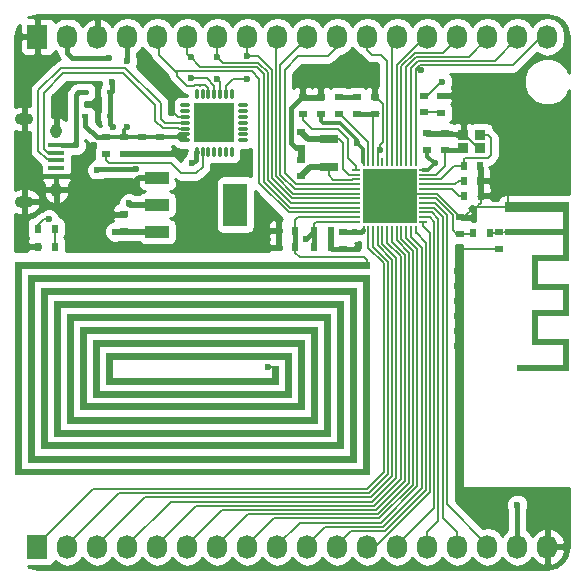
<source format=gtl>
G04 #@! TF.FileFunction,Copper,L1,Top,Signal*
%FSLAX46Y46*%
G04 Gerber Fmt 4.6, Leading zero omitted, Abs format (unit mm)*
G04 Created by KiCad (PCBNEW 4.0.2-stable) date Måndag 18 Juli 2016 14:34:59*
%MOMM*%
G01*
G04 APERTURE LIST*
%ADD10C,0.152400*%
%ADD11C,0.010000*%
%ADD12R,0.500000X0.500000*%
%ADD13R,0.500000X0.900000*%
%ADD14C,0.600000*%
%ADD15R,0.600000X0.800000*%
%ADD16R,0.590000X0.450000*%
%ADD17R,0.400000X0.400000*%
%ADD18R,1.350000X0.400000*%
%ADD19O,0.950000X1.250000*%
%ADD20O,1.550000X1.000000*%
%ADD21R,1.727200X2.032000*%
%ADD22O,1.727200X2.032000*%
%ADD23O,0.850000X0.300000*%
%ADD24O,0.300000X0.850000*%
%ADD25R,1.675000X1.675000*%
%ADD26R,0.800000X0.600000*%
%ADD27R,0.950000X0.850000*%
%ADD28R,1.500000X0.800000*%
%ADD29R,1.520000X1.520000*%
%ADD30R,0.680000X0.250000*%
%ADD31R,0.250000X0.680000*%
%ADD32R,2.032000X3.657600*%
%ADD33R,2.032000X1.016000*%
%ADD34C,0.203200*%
%ADD35C,0.406400*%
%ADD36C,0.508000*%
%ADD37C,0.304800*%
%ADD38C,0.254000*%
G04 APERTURE END LIST*
D10*
G36*
X72468000Y-44200000D02*
X67568000Y-44200000D01*
X67568000Y-44700000D01*
X72468000Y-44700000D01*
X72468000Y-44200000D01*
X72468000Y-44200000D01*
G37*
G36*
X72468000Y-41900000D02*
X67568000Y-41900000D01*
X67568000Y-42800000D01*
X72468000Y-42800000D01*
X72468000Y-41900000D01*
X72468000Y-41900000D01*
G37*
G36*
X72968000Y-41900000D02*
X72468000Y-41900000D01*
X72468000Y-46900000D01*
X72968000Y-46900000D01*
X72968000Y-41900000D01*
X72968000Y-41900000D01*
G37*
G36*
X72468000Y-46400000D02*
X69828000Y-46400000D01*
X69828000Y-46900000D01*
X72468000Y-46900000D01*
X72468000Y-46400000D01*
X72468000Y-46400000D01*
G37*
G36*
X70328000Y-46900000D02*
X69828000Y-46900000D01*
X69828000Y-48900000D01*
X70328000Y-48900000D01*
X70328000Y-46900000D01*
X70328000Y-46900000D01*
G37*
G36*
X72468000Y-48850000D02*
X69828000Y-48850000D01*
X69828000Y-49350000D01*
X72468000Y-49350000D01*
X72468000Y-48850000D01*
X72468000Y-48850000D01*
G37*
G36*
X72968000Y-48850000D02*
X72468000Y-48850000D01*
X72468000Y-51550000D01*
X72968000Y-51550000D01*
X72968000Y-48850000D01*
X72968000Y-48850000D01*
G37*
G36*
X72468000Y-51050000D02*
X69828000Y-51050000D01*
X69828000Y-51550000D01*
X72468000Y-51550000D01*
X72468000Y-51050000D01*
X72468000Y-51050000D01*
G37*
G36*
X70328000Y-51550000D02*
X69828000Y-51550000D01*
X69828000Y-53550000D01*
X70328000Y-53550000D01*
X70328000Y-51550000D01*
X70328000Y-51550000D01*
G37*
G36*
X72468000Y-53550000D02*
X69828000Y-53550000D01*
X69828000Y-54050000D01*
X72468000Y-54050000D01*
X72468000Y-53550000D01*
X72468000Y-53550000D01*
G37*
G36*
X72968000Y-53550000D02*
X72468000Y-53550000D01*
X72468000Y-56250000D01*
X72968000Y-56250000D01*
X72968000Y-53550000D01*
X72968000Y-53550000D01*
G37*
G36*
X72468000Y-55750000D02*
X68528000Y-55750000D01*
X68528000Y-56250000D01*
X72468000Y-56250000D01*
X72468000Y-55750000D01*
X72468000Y-55750000D01*
G37*
D11*
G36*
X56058675Y-47504350D02*
X26547050Y-47504350D01*
X26547050Y-64506475D01*
X55534800Y-64506475D01*
X55534800Y-48615600D01*
X27658300Y-48615600D01*
X27658300Y-63411100D01*
X54423550Y-63411100D01*
X54423550Y-49710975D01*
X28753675Y-49710975D01*
X28753675Y-62299850D01*
X53328175Y-62299850D01*
X53328175Y-50806350D01*
X29849050Y-50806350D01*
X29849050Y-61204475D01*
X52232800Y-61204475D01*
X52232800Y-51917600D01*
X30944425Y-51917600D01*
X30944425Y-60109100D01*
X51121550Y-60109100D01*
X51121550Y-53012975D01*
X32055675Y-53012975D01*
X32055675Y-58997850D01*
X50026175Y-58997850D01*
X50026175Y-54108350D01*
X33151050Y-54108350D01*
X33151050Y-57902475D01*
X48930800Y-57902475D01*
X48930800Y-55219600D01*
X34246425Y-55219600D01*
X34246425Y-56807100D01*
X47819550Y-56807100D01*
X47819550Y-55806975D01*
X48343425Y-55806975D01*
X48343425Y-57315100D01*
X33738425Y-57315100D01*
X33738425Y-54711600D01*
X49454675Y-54711600D01*
X49454675Y-58431433D01*
X49061768Y-58420988D01*
X49021090Y-58420329D01*
X48949670Y-58419681D01*
X48848518Y-58419044D01*
X48718643Y-58418420D01*
X48561053Y-58417810D01*
X48376757Y-58417215D01*
X48166764Y-58416638D01*
X47932083Y-58416078D01*
X47673722Y-58415538D01*
X47392692Y-58415018D01*
X47089999Y-58414519D01*
X46766654Y-58414044D01*
X46423665Y-58413593D01*
X46062041Y-58413167D01*
X45682790Y-58412769D01*
X45286922Y-58412398D01*
X44875445Y-58412056D01*
X44449369Y-58411746D01*
X44009702Y-58411466D01*
X43557452Y-58411220D01*
X43093630Y-58411009D01*
X42619243Y-58410833D01*
X42135300Y-58410693D01*
X41642811Y-58410592D01*
X41142784Y-58410530D01*
X40655956Y-58410509D01*
X32643050Y-58410475D01*
X32643050Y-53600350D01*
X50550050Y-53600350D01*
X50550050Y-59505850D01*
X31547675Y-59505850D01*
X31547675Y-52504975D01*
X51645425Y-52504975D01*
X51645425Y-60617100D01*
X30436425Y-60617100D01*
X30436425Y-51409600D01*
X52756675Y-51409600D01*
X52756675Y-61712475D01*
X29341050Y-61712475D01*
X29341050Y-50298350D01*
X53852050Y-50298350D01*
X53852050Y-62807850D01*
X28245675Y-62807850D01*
X28245675Y-49202975D01*
X54947425Y-49202975D01*
X54947425Y-63919100D01*
X27150300Y-63919100D01*
X27150300Y-48107600D01*
X56058675Y-48107600D01*
X56058675Y-64982725D01*
X26070800Y-64982725D01*
X26070800Y-46996350D01*
X56058675Y-46996350D01*
X56058675Y-47504350D01*
X56058675Y-47504350D01*
G37*
X56058675Y-47504350D02*
X26547050Y-47504350D01*
X26547050Y-64506475D01*
X55534800Y-64506475D01*
X55534800Y-48615600D01*
X27658300Y-48615600D01*
X27658300Y-63411100D01*
X54423550Y-63411100D01*
X54423550Y-49710975D01*
X28753675Y-49710975D01*
X28753675Y-62299850D01*
X53328175Y-62299850D01*
X53328175Y-50806350D01*
X29849050Y-50806350D01*
X29849050Y-61204475D01*
X52232800Y-61204475D01*
X52232800Y-51917600D01*
X30944425Y-51917600D01*
X30944425Y-60109100D01*
X51121550Y-60109100D01*
X51121550Y-53012975D01*
X32055675Y-53012975D01*
X32055675Y-58997850D01*
X50026175Y-58997850D01*
X50026175Y-54108350D01*
X33151050Y-54108350D01*
X33151050Y-57902475D01*
X48930800Y-57902475D01*
X48930800Y-55219600D01*
X34246425Y-55219600D01*
X34246425Y-56807100D01*
X47819550Y-56807100D01*
X47819550Y-55806975D01*
X48343425Y-55806975D01*
X48343425Y-57315100D01*
X33738425Y-57315100D01*
X33738425Y-54711600D01*
X49454675Y-54711600D01*
X49454675Y-58431433D01*
X49061768Y-58420988D01*
X49021090Y-58420329D01*
X48949670Y-58419681D01*
X48848518Y-58419044D01*
X48718643Y-58418420D01*
X48561053Y-58417810D01*
X48376757Y-58417215D01*
X48166764Y-58416638D01*
X47932083Y-58416078D01*
X47673722Y-58415538D01*
X47392692Y-58415018D01*
X47089999Y-58414519D01*
X46766654Y-58414044D01*
X46423665Y-58413593D01*
X46062041Y-58413167D01*
X45682790Y-58412769D01*
X45286922Y-58412398D01*
X44875445Y-58412056D01*
X44449369Y-58411746D01*
X44009702Y-58411466D01*
X43557452Y-58411220D01*
X43093630Y-58411009D01*
X42619243Y-58410833D01*
X42135300Y-58410693D01*
X41642811Y-58410592D01*
X41142784Y-58410530D01*
X40655956Y-58410509D01*
X32643050Y-58410475D01*
X32643050Y-53600350D01*
X50550050Y-53600350D01*
X50550050Y-59505850D01*
X31547675Y-59505850D01*
X31547675Y-52504975D01*
X51645425Y-52504975D01*
X51645425Y-60617100D01*
X30436425Y-60617100D01*
X30436425Y-51409600D01*
X52756675Y-51409600D01*
X52756675Y-61712475D01*
X29341050Y-61712475D01*
X29341050Y-50298350D01*
X53852050Y-50298350D01*
X53852050Y-62807850D01*
X28245675Y-62807850D01*
X28245675Y-49202975D01*
X54947425Y-49202975D01*
X54947425Y-63919100D01*
X27150300Y-63919100D01*
X27150300Y-48107600D01*
X56058675Y-48107600D01*
X56058675Y-64982725D01*
X26070800Y-64982725D01*
X26070800Y-46996350D01*
X56058675Y-46996350D01*
X56058675Y-47504350D01*
D12*
X67818000Y-44450000D03*
D13*
X67818000Y-42350000D03*
D14*
X26428700Y-36271200D03*
X37338000Y-30480000D03*
D15*
X29402000Y-44196000D03*
X28002000Y-44196000D03*
X27977000Y-45720000D03*
X29427000Y-45720000D03*
D16*
X34114000Y-32639000D03*
X32004000Y-32639000D03*
D17*
X55856800Y-47281600D03*
X48056800Y-55981600D03*
D18*
X29547800Y-37110000D03*
X29547800Y-37760000D03*
X29547800Y-38410000D03*
X29547800Y-39060000D03*
X29547800Y-39710000D03*
D19*
X29547800Y-35910000D03*
X29547800Y-40910000D03*
D20*
X26847800Y-34910000D03*
X26847800Y-41910000D03*
D21*
X27940000Y-71120000D03*
D22*
X30480000Y-71120000D03*
X33020000Y-71120000D03*
X35560000Y-71120000D03*
X38100000Y-71120000D03*
X40640000Y-71120000D03*
X43180000Y-71120000D03*
X45720000Y-71120000D03*
X48260000Y-71120000D03*
X50800000Y-71120000D03*
X53340000Y-71120000D03*
X55880000Y-71120000D03*
X58420000Y-71120000D03*
X60960000Y-71120000D03*
X63500000Y-71120000D03*
X66040000Y-71120000D03*
X68580000Y-71120000D03*
X71120000Y-71120000D03*
D23*
X40476000Y-33716000D03*
X40476000Y-34216000D03*
X40476000Y-34716000D03*
X40476000Y-35216000D03*
X40476000Y-35716000D03*
X40476000Y-36216000D03*
X40476000Y-36716000D03*
D24*
X41426000Y-37666000D03*
X41926000Y-37666000D03*
X42426000Y-37666000D03*
X42926000Y-37666000D03*
X43426000Y-37666000D03*
X43926000Y-37666000D03*
X44426000Y-37666000D03*
D23*
X45376000Y-36716000D03*
X45376000Y-36216000D03*
X45376000Y-35716000D03*
X45376000Y-35216000D03*
X45376000Y-34716000D03*
X45376000Y-34216000D03*
X45376000Y-33716000D03*
D24*
X44426000Y-32766000D03*
X43926000Y-32766000D03*
X43426000Y-32766000D03*
X42926000Y-32766000D03*
X42426000Y-32766000D03*
X41926000Y-32766000D03*
X41426000Y-32766000D03*
D25*
X43763500Y-36053500D03*
X43763500Y-34378500D03*
X42088500Y-36053500D03*
X42088500Y-34378500D03*
D15*
X51371500Y-45783500D03*
X52771500Y-45783500D03*
X48385500Y-45783500D03*
X49785500Y-45783500D03*
D26*
X33782000Y-37847500D03*
X33782000Y-36447500D03*
X35306000Y-42988000D03*
X35306000Y-44388000D03*
D15*
X64832000Y-44577000D03*
X66232000Y-44577000D03*
D26*
X67056000Y-44512000D03*
X67056000Y-45912000D03*
X63754000Y-44642000D03*
X63754000Y-43242000D03*
X62484000Y-36128500D03*
X62484000Y-37528500D03*
D15*
X64045500Y-38887500D03*
X65445500Y-38887500D03*
X64045500Y-40157500D03*
X65445500Y-40157500D03*
D26*
X50419000Y-34482000D03*
X50419000Y-33082000D03*
X51943000Y-34482000D03*
X51943000Y-33082000D03*
X60960000Y-37528500D03*
X60960000Y-36128500D03*
X53848000Y-44512000D03*
X53848000Y-45912000D03*
X50292000Y-39752500D03*
X50292000Y-38352500D03*
X50292000Y-37403000D03*
X50292000Y-36003000D03*
D27*
X65458000Y-37401500D03*
X65458000Y-36251500D03*
X64008000Y-36251500D03*
X64008000Y-37401500D03*
D28*
X52641500Y-36582500D03*
X52641500Y-38982500D03*
D29*
X57760500Y-42947500D03*
X59280500Y-41427500D03*
X56240500Y-41427500D03*
X57760500Y-41427500D03*
X57760500Y-39907500D03*
D30*
X54900500Y-39227500D03*
X54900500Y-39627500D03*
X54900500Y-40027500D03*
X54900500Y-40427500D03*
X54900500Y-40827500D03*
X54900500Y-41227500D03*
X54900500Y-41627500D03*
X54900500Y-42027500D03*
X54900500Y-42427500D03*
X54900500Y-42827500D03*
X54900500Y-43227500D03*
X54900500Y-43627500D03*
D31*
X55560500Y-44287500D03*
X55960500Y-44287500D03*
X56360500Y-44287500D03*
X56760500Y-44287500D03*
X57160500Y-44287500D03*
X57560500Y-44287500D03*
X57960500Y-44287500D03*
X58360500Y-44287500D03*
X58760500Y-44287500D03*
X59160500Y-44287500D03*
X59560500Y-44287500D03*
X59960500Y-44287500D03*
D30*
X60620500Y-43627500D03*
X60620500Y-43227500D03*
X60620500Y-42827500D03*
X60620500Y-42427500D03*
X60620500Y-42027500D03*
X60620500Y-41627500D03*
X60620500Y-41227500D03*
X60620500Y-40827500D03*
X60620500Y-40427500D03*
X60620500Y-40027500D03*
X60620500Y-39627500D03*
X60620500Y-39227500D03*
D31*
X59960500Y-38567500D03*
X59560500Y-38567500D03*
X59160500Y-38567500D03*
X58760500Y-38567500D03*
X58360500Y-38567500D03*
X57960500Y-38567500D03*
X57560500Y-38567500D03*
X57160500Y-38567500D03*
X56760500Y-38567500D03*
X56360500Y-38567500D03*
X55960500Y-38567500D03*
X55560500Y-38567500D03*
D29*
X56240500Y-39907500D03*
X59280500Y-39907500D03*
X59280500Y-42947500D03*
X56240500Y-42947500D03*
D14*
X56260500Y-39927500D03*
X57260500Y-39927500D03*
X58260500Y-39927500D03*
X59260500Y-39927500D03*
X56260500Y-40927500D03*
X57260500Y-40927500D03*
X58260500Y-40927500D03*
X59260500Y-40927500D03*
X56260500Y-41927500D03*
X57260500Y-41927500D03*
X58260500Y-41927500D03*
X59260500Y-41927500D03*
X56260500Y-42927500D03*
X57260500Y-42927500D03*
X58260500Y-42927500D03*
X59260500Y-42927500D03*
D26*
X54991000Y-33082000D03*
X54991000Y-34482000D03*
X53467000Y-34482000D03*
X53467000Y-33082000D03*
X56515000Y-34482000D03*
X56515000Y-33082000D03*
X38354000Y-37847500D03*
X38354000Y-36447500D03*
X36830000Y-37847500D03*
X36830000Y-36447500D03*
X35306000Y-37847500D03*
X35306000Y-36447500D03*
D15*
X51371500Y-44386500D03*
X52771500Y-44386500D03*
X48385500Y-44386500D03*
X49785500Y-44386500D03*
D32*
X44704000Y-42164000D03*
D33*
X38100000Y-42164000D03*
X38100000Y-44450000D03*
X38100000Y-39878000D03*
D14*
X31496000Y-43434000D03*
X31496000Y-42164000D03*
X31496000Y-40894000D03*
X69850000Y-36195000D03*
X71120000Y-36830000D03*
X68580000Y-36830000D03*
X69850000Y-37465000D03*
X71120000Y-38100000D03*
X69850000Y-38735000D03*
X71120000Y-39370000D03*
X71120000Y-40640000D03*
X69850000Y-40005000D03*
X68580000Y-39370000D03*
X68580000Y-38100000D03*
X68580000Y-40640000D03*
X68580000Y-33020000D03*
X66040000Y-33020000D03*
X66040000Y-34290000D03*
X67310000Y-33655000D03*
X68580000Y-34290000D03*
X67310000Y-32385000D03*
X69850000Y-34925000D03*
X68580000Y-35560000D03*
X71120000Y-35560000D03*
X67310000Y-38735000D03*
X67310000Y-37465000D03*
X67310000Y-36195000D03*
X67310000Y-34925000D03*
X52578000Y-31750000D03*
X55118000Y-31750000D03*
X53848000Y-31750000D03*
X51308000Y-31750000D03*
X55118000Y-30480000D03*
X52578000Y-30480000D03*
X53848000Y-30480000D03*
X51308000Y-30480000D03*
X32766000Y-41529000D03*
X31496000Y-39624000D03*
X32766000Y-37084000D03*
X32766000Y-40259000D03*
X40894000Y-43180000D03*
X40894000Y-41910000D03*
X42164000Y-41910000D03*
X42164000Y-43180000D03*
D21*
X27940000Y-27940000D03*
D22*
X30480000Y-27940000D03*
X33020000Y-27940000D03*
X35560000Y-27940000D03*
X38100000Y-27940000D03*
X40640000Y-27940000D03*
X43180000Y-27940000D03*
X45720000Y-27940000D03*
X48260000Y-27940000D03*
X50800000Y-27940000D03*
X53340000Y-27940000D03*
X55880000Y-27940000D03*
X58420000Y-27940000D03*
X60960000Y-27940000D03*
X63500000Y-27940000D03*
X66040000Y-27940000D03*
X68580000Y-27940000D03*
X71120000Y-27940000D03*
D14*
X68580000Y-31750000D03*
X66040000Y-31750000D03*
X63500000Y-34290000D03*
X63500000Y-33020000D03*
X63500000Y-31750000D03*
X56388000Y-31750000D03*
X56388000Y-30480000D03*
X50038000Y-31750000D03*
X42164000Y-40640000D03*
X43434000Y-39370000D03*
X44704000Y-39370000D03*
X45974000Y-39370000D03*
X45974000Y-38100000D03*
X26428700Y-37541200D03*
X26428700Y-40081200D03*
X26428700Y-38811200D03*
X70104000Y-68834000D03*
X70104000Y-67564000D03*
X72644000Y-68834000D03*
X71374000Y-68834000D03*
X71374000Y-67564000D03*
X72644000Y-67564000D03*
X71120000Y-34290000D03*
X69850000Y-33655000D03*
X47244000Y-45720000D03*
X46736000Y-42164000D03*
X64770000Y-33655000D03*
X64770000Y-32385000D03*
X64770000Y-34925000D03*
D15*
X64070000Y-41402000D03*
X65470000Y-41402000D03*
D14*
X67310000Y-40005000D03*
D16*
X34114000Y-34671000D03*
X32004000Y-34671000D03*
D14*
X32766000Y-44069000D03*
X32766000Y-42799000D03*
X63500000Y-47752000D03*
X63500000Y-49022000D03*
X63500000Y-50292000D03*
X63500000Y-51562000D03*
X63500000Y-54102000D03*
X63500000Y-52832000D03*
X30226000Y-42926000D03*
X26416000Y-43561000D03*
X26416000Y-44831000D03*
X29972000Y-33274000D03*
D26*
X62103000Y-32930000D03*
X62103000Y-34380000D03*
X60706000Y-34355000D03*
X60706000Y-32955000D03*
D14*
X39179500Y-32829500D03*
X55118000Y-45847000D03*
X39624000Y-37846000D03*
X39624000Y-37846000D03*
X27940000Y-30226000D03*
X56947500Y-37511500D03*
X34543994Y-44450000D03*
X34371600Y-35560000D03*
X34290000Y-31750000D03*
X34036000Y-29718000D03*
X40970200Y-31470600D03*
X40919400Y-29692600D03*
X43180000Y-29692602D03*
X45720000Y-29595768D03*
X60451996Y-30734000D03*
X35712400Y-42062400D03*
X35560000Y-35560000D03*
X55014912Y-36931600D03*
X54864000Y-44449998D03*
X35560000Y-29972000D03*
X61595000Y-38608000D03*
X68580000Y-67564000D03*
X50673000Y-45085000D03*
X47497982Y-55880000D03*
X43179998Y-31542010D03*
X45720000Y-31542010D03*
X33024790Y-39243000D03*
X31178500Y-37147502D03*
X36322000Y-39162010D03*
X41073756Y-38660756D03*
X28932773Y-43376429D03*
X62236402Y-31750000D03*
D34*
X63754000Y-43242000D02*
X64073000Y-43242000D01*
X64073000Y-43242000D02*
X64965000Y-42350000D01*
X64965000Y-42350000D02*
X65249200Y-42350000D01*
X67818000Y-42350000D02*
X67818000Y-41402000D01*
X67818000Y-41402000D02*
X68580000Y-40640000D01*
X67056000Y-45912000D02*
X63816000Y-45912000D01*
X63500000Y-46228000D02*
X63500000Y-47752000D01*
X63816000Y-45912000D02*
X63500000Y-46228000D01*
X65470000Y-41402000D02*
X65470000Y-42005200D01*
X65249200Y-42226000D02*
X65249200Y-42350000D01*
X65470000Y-42005200D02*
X65249200Y-42226000D01*
X65249200Y-42350000D02*
X67818000Y-42350000D01*
X60620500Y-41227500D02*
X61801500Y-41227500D01*
X61801500Y-41227500D02*
X63754000Y-43180000D01*
X63754000Y-43180000D02*
X63754000Y-43307000D01*
X67818000Y-42350000D02*
X67750000Y-42418000D01*
X65278000Y-41402000D02*
X65470000Y-41402000D01*
X65783000Y-41715000D02*
X65470000Y-41402000D01*
D35*
X50292000Y-37403000D02*
X49849000Y-37403000D01*
X49849000Y-37403000D02*
X49403000Y-36957000D01*
X49403000Y-36957000D02*
X49403000Y-33998000D01*
X49403000Y-33998000D02*
X50319000Y-33082000D01*
X50319000Y-33082000D02*
X50419000Y-33082000D01*
D36*
X50292000Y-37403000D02*
X50292000Y-38352500D01*
D34*
X60620500Y-41227500D02*
X59560500Y-41227500D01*
X59560500Y-41227500D02*
X59260500Y-40927500D01*
X62103000Y-32930000D02*
X63410000Y-32930000D01*
X63410000Y-32930000D02*
X63500000Y-33020000D01*
D36*
X38100000Y-39878000D02*
X36576000Y-39878000D01*
X36576000Y-39878000D02*
X36195000Y-40259000D01*
X36195000Y-40259000D02*
X33190264Y-40259000D01*
X33190264Y-40259000D02*
X32766000Y-40259000D01*
D35*
X29547800Y-39710000D02*
X26799900Y-39710000D01*
X26799900Y-39710000D02*
X26428700Y-40081200D01*
X29547800Y-39710000D02*
X31410000Y-39710000D01*
X31410000Y-39710000D02*
X31496000Y-39624000D01*
D34*
X39179500Y-34047700D02*
X39179500Y-32829500D01*
X40476000Y-34716000D02*
X39847800Y-34716000D01*
X39847800Y-34716000D02*
X39179500Y-34047700D01*
D35*
X29547800Y-39710000D02*
X29547800Y-40910000D01*
X53848000Y-45912000D02*
X55053000Y-45912000D01*
X55053000Y-45912000D02*
X55118000Y-45847000D01*
X48385500Y-45783500D02*
X47307500Y-45783500D01*
X47307500Y-45783500D02*
X47244000Y-45720000D01*
X48385500Y-44386500D02*
X48385500Y-45783500D01*
X65445500Y-40157500D02*
X65445500Y-38887500D01*
X65470000Y-41402000D02*
X65470000Y-40182000D01*
X65470000Y-40182000D02*
X65445500Y-40157500D01*
X71120000Y-71120000D02*
X71120000Y-67818000D01*
X71120000Y-67818000D02*
X71374000Y-67564000D01*
D34*
X57204890Y-36829846D02*
X57204890Y-33671890D01*
X57204890Y-33671890D02*
X56615000Y-33082000D01*
X56615000Y-33082000D02*
X56515000Y-33082000D01*
X56947500Y-37511500D02*
X56947500Y-37087236D01*
X56947500Y-37087236D02*
X57204890Y-36829846D01*
D35*
X53848000Y-45912000D02*
X52900000Y-45912000D01*
X52900000Y-45912000D02*
X52771500Y-45783500D01*
X52832000Y-44323000D02*
X52832000Y-45463000D01*
D34*
X64008000Y-36251500D02*
X64128000Y-36251500D01*
X64128000Y-36251500D02*
X65278000Y-37401500D01*
X65278000Y-37401500D02*
X65458000Y-37401500D01*
D35*
X36830000Y-37847500D02*
X35306000Y-37847500D01*
X38354000Y-37847500D02*
X36830000Y-37847500D01*
X39624000Y-37846000D02*
X38355500Y-37846000D01*
X38355500Y-37846000D02*
X38354000Y-37847500D01*
X50419000Y-33082000D02*
X51943000Y-33082000D01*
X65445500Y-40157500D02*
X65491601Y-40111399D01*
D34*
X53846500Y-45913500D02*
X53848000Y-45912000D01*
D35*
X62459500Y-36155500D02*
X63641500Y-36155500D01*
X63641500Y-36155500D02*
X63766500Y-36280500D01*
X60935500Y-36155500D02*
X62459500Y-36155500D01*
D34*
X39621000Y-37849000D02*
X39624000Y-37846000D01*
D35*
X27940000Y-30226000D02*
X27940000Y-27940000D01*
D34*
X63973702Y-36280500D02*
X63766500Y-36280500D01*
D35*
X33020000Y-26517600D02*
X32752400Y-26250000D01*
X32752400Y-26250000D02*
X28207600Y-26250000D01*
X28207600Y-26250000D02*
X27940000Y-26517600D01*
X27940000Y-26517600D02*
X27940000Y-27940000D01*
D34*
X56760500Y-38567500D02*
X56760500Y-37698500D01*
X56760500Y-37698500D02*
X56947500Y-37511500D01*
X27940000Y-27940000D02*
X27940000Y-27560000D01*
X63916500Y-36280500D02*
X63766500Y-36280500D01*
X54900500Y-39627500D02*
X54364592Y-39627500D01*
X54364592Y-39627500D02*
X53848000Y-39110908D01*
X53848000Y-39110908D02*
X53848000Y-36957000D01*
X53848000Y-36957000D02*
X53473500Y-36582500D01*
X53473500Y-36582500D02*
X52641500Y-36582500D01*
D36*
X52641500Y-36582500D02*
X50871500Y-36582500D01*
X50871500Y-36582500D02*
X50292000Y-36003000D01*
D35*
X52571500Y-36512500D02*
X52641500Y-36582500D01*
D34*
X54900500Y-40027500D02*
X54587500Y-40027500D01*
X54587500Y-40027500D02*
X54566501Y-40048499D01*
X54566501Y-40048499D02*
X53002499Y-40048499D01*
X53002499Y-40048499D02*
X52641500Y-39687500D01*
X52641500Y-39687500D02*
X52641500Y-38982500D01*
D36*
X52641500Y-38982500D02*
X51062000Y-38982500D01*
X51062000Y-38982500D02*
X50292000Y-39752500D01*
D35*
X52571500Y-39052500D02*
X52641500Y-38982500D01*
X54991000Y-34482000D02*
X56515000Y-34482000D01*
D34*
X56832500Y-34418500D02*
X56261000Y-34418500D01*
X56360500Y-38567500D02*
X56360500Y-34518000D01*
X56360500Y-34518000D02*
X56261000Y-34418500D01*
X54900500Y-39227500D02*
X54900500Y-38899300D01*
X54900500Y-38899300D02*
X54203600Y-38202400D01*
X51171600Y-35737800D02*
X50419000Y-34985200D01*
X54203600Y-38202400D02*
X54203600Y-36587275D01*
X54203600Y-36587275D02*
X53354125Y-35737800D01*
X53354125Y-35737800D02*
X51171600Y-35737800D01*
X50419000Y-34985200D02*
X50419000Y-34482000D01*
X60620500Y-40827500D02*
X63052500Y-40827500D01*
X63052500Y-40827500D02*
X63627000Y-41402000D01*
X63627000Y-41402000D02*
X64070000Y-41402000D01*
X60620500Y-40427500D02*
X63331500Y-40427500D01*
X63331500Y-40427500D02*
X63601500Y-40157500D01*
X63601500Y-40157500D02*
X64045500Y-40157500D01*
X65216500Y-36280500D02*
X66125500Y-36280500D01*
X66125500Y-36280500D02*
X66357500Y-36512500D01*
X66357500Y-36512500D02*
X66357500Y-37973000D01*
X64161400Y-38201600D02*
X64045500Y-38317500D01*
X66357500Y-37973000D02*
X66128900Y-38201600D01*
X66128900Y-38201600D02*
X64161400Y-38201600D01*
X64045500Y-38317500D02*
X64045500Y-38887500D01*
X60620500Y-40027500D02*
X62081500Y-40027500D01*
X63221500Y-38887500D02*
X64045500Y-38887500D01*
X62081500Y-40027500D02*
X63221500Y-38887500D01*
D35*
X62459500Y-37555500D02*
X63641500Y-37555500D01*
X63641500Y-37555500D02*
X63766500Y-37430500D01*
D34*
X60620500Y-39627500D02*
X61719500Y-39627500D01*
X62459500Y-38887500D02*
X62459500Y-37555500D01*
X61719500Y-39627500D02*
X62459500Y-38887500D01*
X63754000Y-44642000D02*
X64767000Y-44642000D01*
X64767000Y-44642000D02*
X64832000Y-44577000D01*
X60620500Y-41627500D02*
X61698592Y-41627500D01*
X61698592Y-41627500D02*
X63099999Y-43028907D01*
X63099999Y-43028907D02*
X63099999Y-44303999D01*
X63099999Y-44303999D02*
X63500000Y-44704000D01*
X63500000Y-44704000D02*
X63754000Y-44704000D01*
D36*
X34543994Y-44450000D02*
X35244000Y-44450000D01*
X35244000Y-44450000D02*
X35306000Y-44388000D01*
X38100000Y-44450000D02*
X35368000Y-44450000D01*
X35368000Y-44450000D02*
X35306000Y-44388000D01*
D35*
X38038000Y-44388000D02*
X38100000Y-44450000D01*
X34605994Y-44388000D02*
X34543994Y-44450000D01*
X34114000Y-34671000D02*
X34114000Y-35302400D01*
X34114000Y-35302400D02*
X34371600Y-35560000D01*
X34114000Y-32639000D02*
X34114000Y-34671000D01*
X34290000Y-31750000D02*
X34290000Y-32551000D01*
X34290000Y-32551000D02*
X34202000Y-32639000D01*
X30835600Y-29718000D02*
X34036000Y-29718000D01*
X30480000Y-27940000D02*
X30480000Y-29362400D01*
X30480000Y-29362400D02*
X30835600Y-29718000D01*
X53467000Y-33082000D02*
X54991000Y-33082000D01*
D34*
X55960500Y-38567500D02*
X55960500Y-36875500D01*
X55960500Y-36875500D02*
X53567000Y-34482000D01*
X53567000Y-34482000D02*
X53467000Y-34482000D01*
X57050888Y-69088088D02*
X50139512Y-69088088D01*
X59160500Y-44287500D02*
X59160500Y-44989761D01*
X48260000Y-70967600D02*
X48260000Y-71120000D01*
X60121723Y-66017253D02*
X57050888Y-69088088D01*
X60121723Y-45950985D02*
X60121723Y-66017253D01*
X50139512Y-69088088D02*
X48260000Y-70967600D01*
X59160500Y-44989761D02*
X60121723Y-45950985D01*
X58760500Y-44287500D02*
X58760500Y-45092670D01*
X56903591Y-68732477D02*
X47955123Y-68732477D01*
X47955123Y-68732477D02*
X45720000Y-70967600D01*
X59766112Y-46098283D02*
X59766112Y-65869956D01*
X58760500Y-45092670D02*
X59766112Y-46098283D01*
X59766112Y-65869956D02*
X56903591Y-68732477D01*
X45720000Y-70967600D02*
X45720000Y-71120000D01*
X43180000Y-70967600D02*
X43180000Y-71120000D01*
X56756294Y-68376866D02*
X45770734Y-68376866D01*
X59410501Y-46245581D02*
X59410501Y-65722659D01*
X58360500Y-45195579D02*
X59410501Y-46245581D01*
X59410501Y-65722659D02*
X56756294Y-68376866D01*
X58360500Y-44287500D02*
X58360500Y-45195579D01*
X45770734Y-68376866D02*
X43180000Y-70967600D01*
X40640000Y-70967600D02*
X40640000Y-71120000D01*
X56608997Y-68021255D02*
X43586345Y-68021255D01*
X57960500Y-44287500D02*
X57960500Y-45298488D01*
X59054890Y-65575362D02*
X56608997Y-68021255D01*
X59054890Y-46392879D02*
X59054890Y-65575362D01*
X43586345Y-68021255D02*
X40640000Y-70967600D01*
X57960500Y-45298488D02*
X59054890Y-46392879D01*
X41401956Y-67665644D02*
X38100000Y-70967600D01*
X56461700Y-67665644D02*
X41401956Y-67665644D01*
X58699279Y-65428065D02*
X56461700Y-67665644D01*
X38100000Y-70967600D02*
X38100000Y-71120000D01*
X58699279Y-46540177D02*
X58699279Y-65428065D01*
X57560500Y-45401397D02*
X58699279Y-46540177D01*
X57560500Y-44287500D02*
X57560500Y-45401397D01*
X58343668Y-65280768D02*
X56314403Y-67310033D01*
X56314403Y-67310033D02*
X39217567Y-67310033D01*
X35560000Y-70967600D02*
X35560000Y-71120000D01*
X58343668Y-46687475D02*
X58343668Y-65280768D01*
X57160500Y-44287500D02*
X57160500Y-45504306D01*
X39217567Y-67310033D02*
X35560000Y-70967600D01*
X57160500Y-45504306D02*
X58343668Y-46687475D01*
X57988057Y-65133471D02*
X56167106Y-66954422D01*
X56760500Y-44287500D02*
X56760500Y-45607215D01*
X56760500Y-45607215D02*
X57988057Y-46834773D01*
X33020000Y-70967600D02*
X33020000Y-71120000D01*
X57988057Y-46834773D02*
X57988057Y-65133471D01*
X37033178Y-66954422D02*
X33020000Y-70967600D01*
X56167106Y-66954422D02*
X37033178Y-66954422D01*
X56019809Y-66598811D02*
X34848789Y-66598811D01*
X57632446Y-64986174D02*
X56019809Y-66598811D01*
X57632446Y-46982071D02*
X57632446Y-64986174D01*
X34848789Y-66598811D02*
X30480000Y-70967600D01*
X56360501Y-45710126D02*
X57632446Y-46982071D01*
X56360500Y-44287500D02*
X56360501Y-45710126D01*
X30480000Y-70967600D02*
X30480000Y-71120000D01*
X55966910Y-45819444D02*
X55966910Y-44287500D01*
X27940000Y-70967600D02*
X32664400Y-66243200D01*
X57276835Y-47129369D02*
X55966910Y-45819444D01*
X55872512Y-66243200D02*
X57276835Y-64838877D01*
X57276835Y-64838877D02*
X57276835Y-47129369D01*
X32664400Y-66243200D02*
X55872512Y-66243200D01*
X27940000Y-71120000D02*
X27940000Y-70967600D01*
X54900500Y-42827500D02*
X49208047Y-42827500D01*
X49208047Y-42827500D02*
X46736000Y-40355453D01*
X46101000Y-30861000D02*
X39624000Y-30861000D01*
X46736000Y-40355453D02*
X46736000Y-31496000D01*
X46736000Y-31496000D02*
X46101000Y-30861000D01*
X39751000Y-30988000D02*
X39624000Y-30861000D01*
X39624000Y-30861000D02*
X38227000Y-29464000D01*
X42426000Y-32766000D02*
X42426000Y-32367600D01*
X42426000Y-32367600D02*
X42380810Y-32322410D01*
X42380810Y-32322410D02*
X42380810Y-32302612D01*
X41237612Y-32036190D02*
X41168202Y-32105600D01*
X42380810Y-32302612D02*
X42114388Y-32036190D01*
X41168202Y-32105600D02*
X40614600Y-32105600D01*
X42114388Y-32036190D02*
X41737612Y-32036190D01*
X41737612Y-32036190D02*
X41676000Y-32097802D01*
X41676000Y-32097802D02*
X41614388Y-32036190D01*
X41614388Y-32036190D02*
X41237612Y-32036190D01*
X39751000Y-31242000D02*
X39751000Y-30988000D01*
X40614600Y-32105600D02*
X39751000Y-31242000D01*
X38227000Y-29464000D02*
X38227000Y-28067000D01*
X38227000Y-28067000D02*
X38100000Y-27940000D01*
X38100000Y-28448000D02*
X38100000Y-27940000D01*
X38100000Y-27940000D02*
X38354000Y-27940000D01*
X47091611Y-31094702D02*
X46502298Y-30505389D01*
X46502298Y-30505389D02*
X41732189Y-30505389D01*
X47091611Y-40208156D02*
X47091611Y-31094702D01*
X49310955Y-42427500D02*
X47091611Y-40208156D01*
X41732189Y-30505389D02*
X40919400Y-29692600D01*
X54900500Y-42427500D02*
X49310955Y-42427500D01*
X42926000Y-32766000D02*
X42926000Y-32131000D01*
X42926000Y-32131000D02*
X42265600Y-31470600D01*
X42265600Y-31470600D02*
X40970200Y-31470600D01*
X40640000Y-27940000D02*
X40640000Y-29413200D01*
X40640000Y-29413200D02*
X40919400Y-29692600D01*
X43637176Y-30149778D02*
X43180000Y-29692602D01*
X47447222Y-40060858D02*
X47447222Y-30947404D01*
X46649596Y-30149778D02*
X43637176Y-30149778D01*
X47447222Y-30947404D02*
X46649596Y-30149778D01*
X49413864Y-42027500D02*
X47447222Y-40060858D01*
X54900500Y-42027500D02*
X49413864Y-42027500D01*
X43180000Y-27940000D02*
X43180000Y-29692602D01*
X49516773Y-41627500D02*
X47802833Y-39913560D01*
X46598495Y-29595768D02*
X45720000Y-29595768D01*
X54900500Y-41627500D02*
X49516773Y-41627500D01*
X47802833Y-39913560D02*
X47802833Y-30800106D01*
X47802833Y-30800106D02*
X46598495Y-29595768D01*
X45720000Y-27940000D02*
X45720000Y-29595768D01*
X54900500Y-41227500D02*
X49619682Y-41227500D01*
X49619682Y-41227500D02*
X48158444Y-39766262D01*
X48158444Y-39766262D02*
X48158444Y-28803556D01*
X48158444Y-28803556D02*
X48260000Y-28702000D01*
X48260000Y-28702000D02*
X48260000Y-27940000D01*
X48514055Y-39618964D02*
X48514055Y-30378345D01*
X48514055Y-30378345D02*
X50800000Y-28092400D01*
X54900500Y-40827500D02*
X49722591Y-40827500D01*
X50800000Y-28092400D02*
X50800000Y-27940000D01*
X49722591Y-40827500D02*
X48514055Y-39618964D01*
X54900500Y-40427500D02*
X49825500Y-40427500D01*
X53340000Y-28829000D02*
X53340000Y-27940000D01*
X49825500Y-40427500D02*
X48869666Y-39471666D01*
X50038000Y-29591000D02*
X52578000Y-29591000D01*
X48869666Y-39471666D02*
X48869666Y-30759334D01*
X52578000Y-29591000D02*
X53340000Y-28829000D01*
X48869666Y-30759334D02*
X50038000Y-29591000D01*
X57560500Y-38567500D02*
X57560500Y-30014200D01*
X57560500Y-30014200D02*
X57010300Y-29464000D01*
X57010300Y-29464000D02*
X56261000Y-29464000D01*
X56261000Y-29464000D02*
X55880000Y-29083000D01*
X55880000Y-29083000D02*
X55880000Y-27940000D01*
X57960500Y-38567500D02*
X57960500Y-28399500D01*
X57960500Y-28399500D02*
X58420000Y-27940000D01*
X60726364Y-27940000D02*
X60960000Y-27940000D01*
X58360500Y-30305864D02*
X60726364Y-27940000D01*
X58360500Y-38567500D02*
X58360500Y-30305864D01*
X62306233Y-29286167D02*
X63500000Y-28092400D01*
X63500000Y-28092400D02*
X63500000Y-27940000D01*
X59883106Y-29286167D02*
X62306233Y-29286167D01*
X58760500Y-30408773D02*
X59883106Y-29286167D01*
X58760500Y-38567500D02*
X58760500Y-30408773D01*
X59160500Y-38567500D02*
X59160500Y-30511682D01*
X66040000Y-28092400D02*
X66040000Y-27940000D01*
X64490622Y-29641778D02*
X66040000Y-28092400D01*
X60030404Y-29641778D02*
X64490622Y-29641778D01*
X59160500Y-30511682D02*
X60030404Y-29641778D01*
X66675011Y-29997389D02*
X68580000Y-28092400D01*
X59560500Y-38567500D02*
X59560500Y-30614591D01*
X68580000Y-28092400D02*
X68580000Y-27940000D01*
X60177702Y-29997389D02*
X66675011Y-29997389D01*
X59560500Y-30614591D02*
X60177702Y-29997389D01*
X59960500Y-30717500D02*
X60071000Y-30607000D01*
X60071000Y-30607000D02*
X60325000Y-30353000D01*
X60451996Y-30734000D02*
X60198000Y-30734000D01*
X60198000Y-30734000D02*
X60071000Y-30607000D01*
X59960500Y-31242000D02*
X59960500Y-31225496D01*
X60406001Y-30779995D02*
X60451996Y-30734000D01*
X60406001Y-30815001D02*
X60406001Y-30779995D01*
X59960500Y-31242000D02*
X59960500Y-30717500D01*
X59960500Y-38567500D02*
X59960500Y-31242000D01*
X68199000Y-30353000D02*
X70612000Y-27940000D01*
X60325000Y-30353000D02*
X68199000Y-30353000D01*
X70612000Y-27940000D02*
X71120000Y-27940000D01*
X66040000Y-70967600D02*
X66040000Y-71120000D01*
X60620500Y-42027500D02*
X61595684Y-42027500D01*
X62611000Y-43042816D02*
X62611000Y-67538600D01*
X62611000Y-67538600D02*
X66040000Y-70967600D01*
X61595684Y-42027500D02*
X62611000Y-43042816D01*
X62255389Y-68656189D02*
X63500000Y-69900800D01*
X63500000Y-69900800D02*
X63500000Y-71120000D01*
X61492776Y-42427500D02*
X62255389Y-43190113D01*
X60620500Y-42427500D02*
X61492776Y-42427500D01*
X62255389Y-43190113D02*
X62255389Y-68656189D01*
X61899778Y-68961022D02*
X60960000Y-69900800D01*
X60960000Y-69900800D02*
X60960000Y-71120000D01*
X61899778Y-43337410D02*
X61899778Y-68961022D01*
X61389868Y-42827500D02*
X61899778Y-43337410D01*
X60620500Y-42827500D02*
X61389868Y-42827500D01*
X61544167Y-67843433D02*
X58420000Y-70967600D01*
X58420000Y-70967600D02*
X58420000Y-71120000D01*
X61163700Y-43227500D02*
X61544167Y-43607967D01*
X61544167Y-43607967D02*
X61544167Y-67843433D01*
X60620500Y-43227500D02*
X61163700Y-43227500D01*
X60620500Y-43955700D02*
X61188556Y-44523756D01*
X60620500Y-43627500D02*
X60620500Y-43955700D01*
X61188556Y-66459144D02*
X56527700Y-71120000D01*
X61188556Y-44523756D02*
X61188556Y-66459144D01*
X56527700Y-71120000D02*
X55880000Y-71120000D01*
X60620500Y-43627500D02*
X60722500Y-43627500D01*
X59960500Y-44287500D02*
X59960500Y-44502500D01*
X54508290Y-69799310D02*
X53340000Y-70967600D01*
X59960500Y-44502500D02*
X60832945Y-45374945D01*
X60832945Y-45374945D02*
X60832945Y-66311847D01*
X60832945Y-66311847D02*
X57345482Y-69799310D01*
X57345482Y-69799310D02*
X54508290Y-69799310D01*
X53340000Y-70967600D02*
X53340000Y-71120000D01*
X57198185Y-69443699D02*
X52323901Y-69443699D01*
X50800000Y-70967600D02*
X50800000Y-71120000D01*
X60477334Y-66164550D02*
X57198185Y-69443699D01*
X60477334Y-45803687D02*
X60477334Y-66164550D01*
X59560500Y-44886852D02*
X60477334Y-45803687D01*
X52323901Y-69443699D02*
X50800000Y-70967600D01*
X59560500Y-44287500D02*
X59560500Y-44886852D01*
D36*
X38100000Y-42164000D02*
X35814000Y-42164000D01*
X35814000Y-42164000D02*
X35712400Y-42062400D01*
D37*
X37998400Y-42062400D02*
X38100000Y-42164000D01*
X35306000Y-35814000D02*
X35560000Y-35560000D01*
X61595000Y-38608000D02*
X61005301Y-39197699D01*
X60935500Y-38125500D02*
X61595000Y-38608000D01*
D35*
X68580000Y-71120000D02*
X68580000Y-67564000D01*
X33782000Y-36447500D02*
X32975600Y-36447500D01*
X32975600Y-36447500D02*
X32004000Y-35475900D01*
X32004000Y-35475900D02*
X32004000Y-34671000D01*
D37*
X40476000Y-36449000D02*
X39814500Y-36449000D01*
D35*
X53848000Y-44512000D02*
X55310000Y-44512000D01*
D37*
X61005301Y-39197699D02*
X60620500Y-39197699D01*
X55530699Y-37447387D02*
X55530699Y-38567500D01*
X55014912Y-36931600D02*
X55530699Y-37447387D01*
X38354000Y-36447500D02*
X40207500Y-36447500D01*
X40047500Y-36216000D02*
X39814500Y-36449000D01*
X53594000Y-35242500D02*
X55014912Y-36663412D01*
X55014912Y-36663412D02*
X55014912Y-36931600D01*
X33782000Y-36447500D02*
X35306000Y-36447500D01*
X40476000Y-36449000D02*
X40476000Y-36716000D01*
X35306000Y-36447500D02*
X36830000Y-36447500D01*
X36830000Y-36447500D02*
X38354000Y-36447500D01*
X40476000Y-36716000D02*
X40081500Y-36716000D01*
X51943000Y-34482000D02*
X51943000Y-35086800D01*
X40476000Y-36216000D02*
X40047500Y-36216000D01*
X55499000Y-44323000D02*
X55372002Y-44449998D01*
D35*
X55310000Y-44512000D02*
X55499000Y-44323000D01*
D37*
X40081500Y-36716000D02*
X39814500Y-36449000D01*
X40207500Y-36447500D02*
X40476000Y-36716000D01*
X35306000Y-36447500D02*
X35306000Y-35814000D01*
X60935500Y-37555500D02*
X60935500Y-38125500D01*
X51943000Y-35086800D02*
X52098700Y-35242500D01*
X55372002Y-44449998D02*
X54864000Y-44449998D01*
X52098700Y-35242500D02*
X53594000Y-35242500D01*
X40476000Y-36216000D02*
X40476000Y-36449000D01*
D35*
X35560000Y-29972000D02*
X35560000Y-27940000D01*
D34*
X41926000Y-37666000D02*
X41926000Y-38973000D01*
X41926000Y-38973000D02*
X41402000Y-39497000D01*
X41402000Y-39497000D02*
X40132000Y-39497000D01*
X40132000Y-39497000D02*
X39243000Y-38608000D01*
X39243000Y-38608000D02*
X34039300Y-38608000D01*
X34039300Y-38608000D02*
X33782000Y-38350700D01*
X33782000Y-38350700D02*
X33782000Y-37847500D01*
X66232000Y-44577000D02*
X66991000Y-44577000D01*
X66991000Y-44577000D02*
X67056000Y-44512000D01*
X67437000Y-44450000D02*
X67818000Y-44450000D01*
X49785500Y-45783500D02*
X49785500Y-46229500D01*
X49785500Y-46229500D02*
X50165000Y-46609000D01*
X50165000Y-46609000D02*
X55577240Y-46609000D01*
X55577240Y-46609000D02*
X55841560Y-46873320D01*
X55841560Y-46873320D02*
X55841560Y-47276520D01*
X49785500Y-44386500D02*
X49785500Y-43432500D01*
X49785500Y-43432500D02*
X49990500Y-43227500D01*
X49990500Y-43227500D02*
X54900500Y-43227500D01*
D35*
X49785500Y-44386500D02*
X49785500Y-45783500D01*
X51371500Y-44386500D02*
X50673000Y-45085000D01*
X51371500Y-44386500D02*
X51371500Y-45783500D01*
D34*
X54900500Y-43627500D02*
X51527300Y-43627500D01*
X51527300Y-43627500D02*
X51371500Y-43783300D01*
X51371500Y-43783300D02*
X51371500Y-44386500D01*
X47922246Y-55880000D02*
X47497982Y-55880000D01*
X47945040Y-55880000D02*
X47922246Y-55880000D01*
X48041560Y-55976520D02*
X47945040Y-55880000D01*
X43426000Y-31788012D02*
X43179998Y-31542010D01*
X43426000Y-32766000D02*
X43426000Y-31788012D01*
X44521790Y-31542010D02*
X45720000Y-31542010D01*
X43926000Y-32137800D02*
X44521790Y-31542010D01*
X43926000Y-32766000D02*
X43926000Y-32137800D01*
X37934900Y-35073786D02*
X38555714Y-35694600D01*
X39879600Y-35694600D02*
X39901000Y-35716000D01*
X38555714Y-35694600D02*
X39879600Y-35694600D01*
X39901000Y-35716000D02*
X40476000Y-35716000D01*
X37934900Y-33749688D02*
X37934900Y-35073786D01*
X35211312Y-31026100D02*
X37934900Y-33749688D01*
X30130188Y-31026100D02*
X35211312Y-31026100D01*
X28486100Y-32670188D02*
X30130188Y-31026100D01*
X28486100Y-37433812D02*
X28486100Y-32670188D01*
X28908688Y-37856400D02*
X28486100Y-37433812D01*
X29547800Y-37760000D02*
X29072800Y-37760000D01*
X29072800Y-37760000D02*
X28976400Y-37856400D01*
X28976400Y-37856400D02*
X28908688Y-37856400D01*
X38392100Y-34884410D02*
X38745090Y-35237400D01*
X39901000Y-35216000D02*
X40476000Y-35216000D01*
X38745090Y-35237400D02*
X39879600Y-35237400D01*
X39879600Y-35237400D02*
X39901000Y-35216000D01*
X38392100Y-33560312D02*
X38392100Y-34884410D01*
X35400688Y-30568900D02*
X38392100Y-33560312D01*
X29940812Y-30568900D02*
X35400688Y-30568900D01*
X28028900Y-32480812D02*
X29940812Y-30568900D01*
X28028900Y-37623188D02*
X28028900Y-32480812D01*
X28719312Y-38313600D02*
X28028900Y-37623188D01*
X29547800Y-38410000D02*
X29072800Y-38410000D01*
X29072800Y-38410000D02*
X28976400Y-38313600D01*
X28976400Y-38313600D02*
X28719312Y-38313600D01*
D35*
X36322000Y-39162010D02*
X33105780Y-39162010D01*
X33105780Y-39162010D02*
X33024790Y-39243000D01*
X32092000Y-32639000D02*
X31390600Y-32639000D01*
X31390600Y-32639000D02*
X31178500Y-32851100D01*
X31178500Y-32851100D02*
X31178500Y-37147502D01*
X31178500Y-37147502D02*
X30098852Y-37147502D01*
X30098852Y-37147502D02*
X30061350Y-37110000D01*
X41420390Y-37671610D02*
X41420390Y-37666000D01*
X41373755Y-38360757D02*
X41373755Y-37718245D01*
X41373755Y-37718245D02*
X41420390Y-37671610D01*
X41073756Y-38660756D02*
X41373755Y-38360757D01*
D34*
X29427000Y-45720000D02*
X29427000Y-44221000D01*
X29427000Y-44221000D02*
X29402000Y-44196000D01*
X29402000Y-45695000D02*
X29427000Y-45720000D01*
X29377791Y-45412175D02*
X29342791Y-45447175D01*
X28505571Y-43376429D02*
X28508509Y-43376429D01*
X28002000Y-43880000D02*
X28275001Y-43606999D01*
X28194000Y-43688000D02*
X28275001Y-43606999D01*
X28508509Y-43376429D02*
X28932773Y-43376429D01*
X28275001Y-43606999D02*
X28505571Y-43376429D01*
X28002000Y-44450000D02*
X28002000Y-43880000D01*
X60706000Y-34355000D02*
X62078000Y-34355000D01*
X62078000Y-34355000D02*
X62103000Y-34380000D01*
X60706000Y-32955000D02*
X60898000Y-32955000D01*
X60898000Y-32955000D02*
X62103000Y-31750000D01*
X62103000Y-31750000D02*
X62236402Y-31750000D01*
D38*
G36*
X63354000Y-45589440D02*
X63881000Y-45589440D01*
X63881000Y-66040000D01*
X63889685Y-66086159D01*
X63916965Y-66128553D01*
X63958590Y-66156994D01*
X64008000Y-66167000D01*
X72975000Y-66167000D01*
X72975000Y-71052533D01*
X72821398Y-71824743D01*
X72422193Y-72422193D01*
X71824741Y-72821398D01*
X71052533Y-72975000D01*
X28007467Y-72975000D01*
X27235257Y-72821398D01*
X27178449Y-72783440D01*
X28803600Y-72783440D01*
X29038917Y-72739162D01*
X29255041Y-72600090D01*
X29400031Y-72387890D01*
X29408400Y-72346561D01*
X29420330Y-72364415D01*
X29906511Y-72689271D01*
X30480000Y-72803345D01*
X31053489Y-72689271D01*
X31539670Y-72364415D01*
X31750000Y-72049634D01*
X31960330Y-72364415D01*
X32446511Y-72689271D01*
X33020000Y-72803345D01*
X33593489Y-72689271D01*
X34079670Y-72364415D01*
X34290000Y-72049634D01*
X34500330Y-72364415D01*
X34986511Y-72689271D01*
X35560000Y-72803345D01*
X36133489Y-72689271D01*
X36619670Y-72364415D01*
X36830000Y-72049634D01*
X37040330Y-72364415D01*
X37526511Y-72689271D01*
X38100000Y-72803345D01*
X38673489Y-72689271D01*
X39159670Y-72364415D01*
X39370000Y-72049634D01*
X39580330Y-72364415D01*
X40066511Y-72689271D01*
X40640000Y-72803345D01*
X41213489Y-72689271D01*
X41699670Y-72364415D01*
X41910000Y-72049634D01*
X42120330Y-72364415D01*
X42606511Y-72689271D01*
X43180000Y-72803345D01*
X43753489Y-72689271D01*
X44239670Y-72364415D01*
X44450000Y-72049634D01*
X44660330Y-72364415D01*
X45146511Y-72689271D01*
X45720000Y-72803345D01*
X46293489Y-72689271D01*
X46779670Y-72364415D01*
X46990000Y-72049634D01*
X47200330Y-72364415D01*
X47686511Y-72689271D01*
X48260000Y-72803345D01*
X48833489Y-72689271D01*
X49319670Y-72364415D01*
X49530000Y-72049634D01*
X49740330Y-72364415D01*
X50226511Y-72689271D01*
X50800000Y-72803345D01*
X51373489Y-72689271D01*
X51859670Y-72364415D01*
X52070000Y-72049634D01*
X52280330Y-72364415D01*
X52766511Y-72689271D01*
X53340000Y-72803345D01*
X53913489Y-72689271D01*
X54399670Y-72364415D01*
X54610000Y-72049634D01*
X54820330Y-72364415D01*
X55306511Y-72689271D01*
X55880000Y-72803345D01*
X56453489Y-72689271D01*
X56939670Y-72364415D01*
X57150000Y-72049634D01*
X57360330Y-72364415D01*
X57846511Y-72689271D01*
X58420000Y-72803345D01*
X58993489Y-72689271D01*
X59479670Y-72364415D01*
X59690000Y-72049634D01*
X59900330Y-72364415D01*
X60386511Y-72689271D01*
X60960000Y-72803345D01*
X61533489Y-72689271D01*
X62019670Y-72364415D01*
X62230000Y-72049634D01*
X62440330Y-72364415D01*
X62926511Y-72689271D01*
X63500000Y-72803345D01*
X64073489Y-72689271D01*
X64559670Y-72364415D01*
X64770000Y-72049634D01*
X64980330Y-72364415D01*
X65466511Y-72689271D01*
X66040000Y-72803345D01*
X66613489Y-72689271D01*
X67099670Y-72364415D01*
X67310000Y-72049634D01*
X67520330Y-72364415D01*
X68006511Y-72689271D01*
X68580000Y-72803345D01*
X69153489Y-72689271D01*
X69639670Y-72364415D01*
X69846461Y-72054931D01*
X70217964Y-72470732D01*
X70745209Y-72724709D01*
X70760974Y-72727358D01*
X70993000Y-72606217D01*
X70993000Y-71247000D01*
X71247000Y-71247000D01*
X71247000Y-72606217D01*
X71479026Y-72727358D01*
X71494791Y-72724709D01*
X72022036Y-72470732D01*
X72411954Y-72034320D01*
X72605184Y-71481913D01*
X72460924Y-71247000D01*
X71247000Y-71247000D01*
X70993000Y-71247000D01*
X70973000Y-71247000D01*
X70973000Y-70993000D01*
X70993000Y-70993000D01*
X70993000Y-69633783D01*
X71247000Y-69633783D01*
X71247000Y-70993000D01*
X72460924Y-70993000D01*
X72605184Y-70758087D01*
X72411954Y-70205680D01*
X72022036Y-69769268D01*
X71494791Y-69515291D01*
X71479026Y-69512642D01*
X71247000Y-69633783D01*
X70993000Y-69633783D01*
X70760974Y-69512642D01*
X70745209Y-69515291D01*
X70217964Y-69769268D01*
X69846461Y-70185069D01*
X69639670Y-69875585D01*
X69418200Y-69727603D01*
X69418200Y-67983528D01*
X69514838Y-67750799D01*
X69515162Y-67378833D01*
X69373117Y-67035057D01*
X69110327Y-66771808D01*
X68766799Y-66629162D01*
X68394833Y-66628838D01*
X68051057Y-66770883D01*
X67787808Y-67033673D01*
X67645162Y-67377201D01*
X67644838Y-67749167D01*
X67741800Y-67983834D01*
X67741800Y-69727603D01*
X67520330Y-69875585D01*
X67310000Y-70190366D01*
X67099670Y-69875585D01*
X66613489Y-69550729D01*
X66040000Y-69436655D01*
X65631934Y-69517824D01*
X63347600Y-67233490D01*
X63347600Y-45588144D01*
X63354000Y-45589440D01*
X63354000Y-45589440D01*
G37*
X63354000Y-45589440D02*
X63881000Y-45589440D01*
X63881000Y-66040000D01*
X63889685Y-66086159D01*
X63916965Y-66128553D01*
X63958590Y-66156994D01*
X64008000Y-66167000D01*
X72975000Y-66167000D01*
X72975000Y-71052533D01*
X72821398Y-71824743D01*
X72422193Y-72422193D01*
X71824741Y-72821398D01*
X71052533Y-72975000D01*
X28007467Y-72975000D01*
X27235257Y-72821398D01*
X27178449Y-72783440D01*
X28803600Y-72783440D01*
X29038917Y-72739162D01*
X29255041Y-72600090D01*
X29400031Y-72387890D01*
X29408400Y-72346561D01*
X29420330Y-72364415D01*
X29906511Y-72689271D01*
X30480000Y-72803345D01*
X31053489Y-72689271D01*
X31539670Y-72364415D01*
X31750000Y-72049634D01*
X31960330Y-72364415D01*
X32446511Y-72689271D01*
X33020000Y-72803345D01*
X33593489Y-72689271D01*
X34079670Y-72364415D01*
X34290000Y-72049634D01*
X34500330Y-72364415D01*
X34986511Y-72689271D01*
X35560000Y-72803345D01*
X36133489Y-72689271D01*
X36619670Y-72364415D01*
X36830000Y-72049634D01*
X37040330Y-72364415D01*
X37526511Y-72689271D01*
X38100000Y-72803345D01*
X38673489Y-72689271D01*
X39159670Y-72364415D01*
X39370000Y-72049634D01*
X39580330Y-72364415D01*
X40066511Y-72689271D01*
X40640000Y-72803345D01*
X41213489Y-72689271D01*
X41699670Y-72364415D01*
X41910000Y-72049634D01*
X42120330Y-72364415D01*
X42606511Y-72689271D01*
X43180000Y-72803345D01*
X43753489Y-72689271D01*
X44239670Y-72364415D01*
X44450000Y-72049634D01*
X44660330Y-72364415D01*
X45146511Y-72689271D01*
X45720000Y-72803345D01*
X46293489Y-72689271D01*
X46779670Y-72364415D01*
X46990000Y-72049634D01*
X47200330Y-72364415D01*
X47686511Y-72689271D01*
X48260000Y-72803345D01*
X48833489Y-72689271D01*
X49319670Y-72364415D01*
X49530000Y-72049634D01*
X49740330Y-72364415D01*
X50226511Y-72689271D01*
X50800000Y-72803345D01*
X51373489Y-72689271D01*
X51859670Y-72364415D01*
X52070000Y-72049634D01*
X52280330Y-72364415D01*
X52766511Y-72689271D01*
X53340000Y-72803345D01*
X53913489Y-72689271D01*
X54399670Y-72364415D01*
X54610000Y-72049634D01*
X54820330Y-72364415D01*
X55306511Y-72689271D01*
X55880000Y-72803345D01*
X56453489Y-72689271D01*
X56939670Y-72364415D01*
X57150000Y-72049634D01*
X57360330Y-72364415D01*
X57846511Y-72689271D01*
X58420000Y-72803345D01*
X58993489Y-72689271D01*
X59479670Y-72364415D01*
X59690000Y-72049634D01*
X59900330Y-72364415D01*
X60386511Y-72689271D01*
X60960000Y-72803345D01*
X61533489Y-72689271D01*
X62019670Y-72364415D01*
X62230000Y-72049634D01*
X62440330Y-72364415D01*
X62926511Y-72689271D01*
X63500000Y-72803345D01*
X64073489Y-72689271D01*
X64559670Y-72364415D01*
X64770000Y-72049634D01*
X64980330Y-72364415D01*
X65466511Y-72689271D01*
X66040000Y-72803345D01*
X66613489Y-72689271D01*
X67099670Y-72364415D01*
X67310000Y-72049634D01*
X67520330Y-72364415D01*
X68006511Y-72689271D01*
X68580000Y-72803345D01*
X69153489Y-72689271D01*
X69639670Y-72364415D01*
X69846461Y-72054931D01*
X70217964Y-72470732D01*
X70745209Y-72724709D01*
X70760974Y-72727358D01*
X70993000Y-72606217D01*
X70993000Y-71247000D01*
X71247000Y-71247000D01*
X71247000Y-72606217D01*
X71479026Y-72727358D01*
X71494791Y-72724709D01*
X72022036Y-72470732D01*
X72411954Y-72034320D01*
X72605184Y-71481913D01*
X72460924Y-71247000D01*
X71247000Y-71247000D01*
X70993000Y-71247000D01*
X70973000Y-71247000D01*
X70973000Y-70993000D01*
X70993000Y-70993000D01*
X70993000Y-69633783D01*
X71247000Y-69633783D01*
X71247000Y-70993000D01*
X72460924Y-70993000D01*
X72605184Y-70758087D01*
X72411954Y-70205680D01*
X72022036Y-69769268D01*
X71494791Y-69515291D01*
X71479026Y-69512642D01*
X71247000Y-69633783D01*
X70993000Y-69633783D01*
X70760974Y-69512642D01*
X70745209Y-69515291D01*
X70217964Y-69769268D01*
X69846461Y-70185069D01*
X69639670Y-69875585D01*
X69418200Y-69727603D01*
X69418200Y-67983528D01*
X69514838Y-67750799D01*
X69515162Y-67378833D01*
X69373117Y-67035057D01*
X69110327Y-66771808D01*
X68766799Y-66629162D01*
X68394833Y-66628838D01*
X68051057Y-66770883D01*
X67787808Y-67033673D01*
X67645162Y-67377201D01*
X67644838Y-67749167D01*
X67741800Y-67983834D01*
X67741800Y-69727603D01*
X67520330Y-69875585D01*
X67310000Y-70190366D01*
X67099670Y-69875585D01*
X66613489Y-69550729D01*
X66040000Y-69436655D01*
X65631934Y-69517824D01*
X63347600Y-67233490D01*
X63347600Y-45588144D01*
X63354000Y-45589440D01*
G36*
X71824741Y-26238602D02*
X72422193Y-26637807D01*
X72821398Y-27235257D01*
X72975000Y-28007467D01*
X72975000Y-31041437D01*
X72803782Y-30627057D01*
X72245880Y-30068181D01*
X71516573Y-29765346D01*
X70726891Y-29764657D01*
X69997057Y-30066218D01*
X69438181Y-30624120D01*
X69135346Y-31353427D01*
X69134657Y-32143109D01*
X69436218Y-32872943D01*
X69994120Y-33431819D01*
X70723427Y-33734654D01*
X71513109Y-33735343D01*
X72242943Y-33433782D01*
X72801819Y-32875880D01*
X72975000Y-32458814D01*
X72975000Y-41266392D01*
X72968000Y-41265000D01*
X67568000Y-41265000D01*
X67539849Y-41270599D01*
X67534250Y-41265000D01*
X67441690Y-41265000D01*
X67324997Y-41313336D01*
X67324996Y-41313336D01*
X67324995Y-41313337D01*
X67208301Y-41361673D01*
X67029673Y-41540302D01*
X66981338Y-41656993D01*
X66981336Y-41656996D01*
X66981335Y-41656999D01*
X66933000Y-41773691D01*
X66933000Y-41783000D01*
X66405000Y-41783000D01*
X66405000Y-41687750D01*
X66246250Y-41529000D01*
X65597000Y-41529000D01*
X65597000Y-41549000D01*
X65343000Y-41549000D01*
X65343000Y-41529000D01*
X65323000Y-41529000D01*
X65323000Y-41275000D01*
X65343000Y-41275000D01*
X65343000Y-40525750D01*
X65318500Y-40501250D01*
X65318500Y-40284500D01*
X65572500Y-40284500D01*
X65572500Y-41033750D01*
X65597000Y-41058250D01*
X65597000Y-41275000D01*
X66246250Y-41275000D01*
X66405000Y-41116250D01*
X66405000Y-40875690D01*
X66353010Y-40750176D01*
X66380500Y-40683810D01*
X66380500Y-40443250D01*
X66221750Y-40284500D01*
X65572500Y-40284500D01*
X65318500Y-40284500D01*
X65298500Y-40284500D01*
X65298500Y-40030500D01*
X65318500Y-40030500D01*
X65318500Y-39014500D01*
X65298500Y-39014500D01*
X65298500Y-38938200D01*
X65592500Y-38938200D01*
X65592500Y-39014500D01*
X65572500Y-39014500D01*
X65572500Y-40030500D01*
X66221750Y-40030500D01*
X66380500Y-39871750D01*
X66380500Y-39631190D01*
X66335479Y-39522500D01*
X66380500Y-39413810D01*
X66380500Y-39173250D01*
X66221752Y-39014502D01*
X66380500Y-39014502D01*
X66380500Y-38888154D01*
X66410785Y-38882130D01*
X66649755Y-38722455D01*
X66878355Y-38493855D01*
X67038030Y-38254885D01*
X67094100Y-37973000D01*
X67094100Y-36512505D01*
X67094101Y-36512500D01*
X67038030Y-36230616D01*
X67038030Y-36230615D01*
X66878355Y-35991645D01*
X66646355Y-35759645D01*
X66556572Y-35699654D01*
X66536162Y-35591183D01*
X66397090Y-35375059D01*
X66184890Y-35230069D01*
X65933000Y-35179060D01*
X64983000Y-35179060D01*
X64747683Y-35223338D01*
X64723594Y-35238839D01*
X64609309Y-35191500D01*
X64293750Y-35191500D01*
X64135000Y-35350250D01*
X64135000Y-36124500D01*
X64155000Y-36124500D01*
X64155000Y-36329060D01*
X63533000Y-36329060D01*
X63449518Y-36344768D01*
X63360250Y-36255500D01*
X62611000Y-36255500D01*
X62611000Y-36275500D01*
X62357000Y-36275500D01*
X62357000Y-36255500D01*
X61087000Y-36255500D01*
X61087000Y-36275500D01*
X60833000Y-36275500D01*
X60833000Y-36255500D01*
X60813000Y-36255500D01*
X60813000Y-36001500D01*
X60833000Y-36001500D01*
X60833000Y-35981500D01*
X61087000Y-35981500D01*
X61087000Y-36001500D01*
X62357000Y-36001500D01*
X62357000Y-35981500D01*
X62611000Y-35981500D01*
X62611000Y-36001500D01*
X62933750Y-36001500D01*
X63056750Y-36124500D01*
X63881000Y-36124500D01*
X63881000Y-35350250D01*
X63722250Y-35191500D01*
X63406691Y-35191500D01*
X63206086Y-35274593D01*
X63010310Y-35193500D01*
X62877656Y-35193500D01*
X62954441Y-35144090D01*
X63099431Y-34931890D01*
X63150440Y-34680000D01*
X63150440Y-34080000D01*
X63106162Y-33844683D01*
X62980941Y-33650084D01*
X63041327Y-33589698D01*
X63138000Y-33356309D01*
X63138000Y-33215750D01*
X62979250Y-33057000D01*
X62230000Y-33057000D01*
X62230000Y-33077000D01*
X61976000Y-33077000D01*
X61976000Y-33057000D01*
X61956000Y-33057000D01*
X61956000Y-32938710D01*
X62111710Y-32783000D01*
X62230000Y-32783000D01*
X62230000Y-32803000D01*
X62979250Y-32803000D01*
X63138000Y-32644250D01*
X63138000Y-32503691D01*
X63041327Y-32270302D01*
X63035271Y-32264246D01*
X63171240Y-31936799D01*
X63171564Y-31564833D01*
X63029519Y-31221057D01*
X62898291Y-31089600D01*
X68199000Y-31089600D01*
X68480885Y-31033530D01*
X68719855Y-30873855D01*
X70269519Y-29324191D01*
X70546511Y-29509271D01*
X71120000Y-29623345D01*
X71693489Y-29509271D01*
X72179670Y-29184415D01*
X72504526Y-28698234D01*
X72618600Y-28124745D01*
X72618600Y-27755255D01*
X72504526Y-27181766D01*
X72179670Y-26695585D01*
X71693489Y-26370729D01*
X71120000Y-26256655D01*
X70546511Y-26370729D01*
X70060330Y-26695585D01*
X69850000Y-27010366D01*
X69639670Y-26695585D01*
X69153489Y-26370729D01*
X68580000Y-26256655D01*
X68006511Y-26370729D01*
X67520330Y-26695585D01*
X67310000Y-27010366D01*
X67099670Y-26695585D01*
X66613489Y-26370729D01*
X66040000Y-26256655D01*
X65466511Y-26370729D01*
X64980330Y-26695585D01*
X64770000Y-27010366D01*
X64559670Y-26695585D01*
X64073489Y-26370729D01*
X63500000Y-26256655D01*
X62926511Y-26370729D01*
X62440330Y-26695585D01*
X62230000Y-27010366D01*
X62019670Y-26695585D01*
X61533489Y-26370729D01*
X60960000Y-26256655D01*
X60386511Y-26370729D01*
X59900330Y-26695585D01*
X59690000Y-27010366D01*
X59479670Y-26695585D01*
X58993489Y-26370729D01*
X58420000Y-26256655D01*
X57846511Y-26370729D01*
X57360330Y-26695585D01*
X57150000Y-27010366D01*
X56939670Y-26695585D01*
X56453489Y-26370729D01*
X55880000Y-26256655D01*
X55306511Y-26370729D01*
X54820330Y-26695585D01*
X54610000Y-27010366D01*
X54399670Y-26695585D01*
X53913489Y-26370729D01*
X53340000Y-26256655D01*
X52766511Y-26370729D01*
X52280330Y-26695585D01*
X52070000Y-27010366D01*
X51859670Y-26695585D01*
X51373489Y-26370729D01*
X50800000Y-26256655D01*
X50226511Y-26370729D01*
X49740330Y-26695585D01*
X49530000Y-27010366D01*
X49319670Y-26695585D01*
X48833489Y-26370729D01*
X48260000Y-26256655D01*
X47686511Y-26370729D01*
X47200330Y-26695585D01*
X46990000Y-27010366D01*
X46779670Y-26695585D01*
X46293489Y-26370729D01*
X45720000Y-26256655D01*
X45146511Y-26370729D01*
X44660330Y-26695585D01*
X44450000Y-27010366D01*
X44239670Y-26695585D01*
X43753489Y-26370729D01*
X43180000Y-26256655D01*
X42606511Y-26370729D01*
X42120330Y-26695585D01*
X41910000Y-27010366D01*
X41699670Y-26695585D01*
X41213489Y-26370729D01*
X40640000Y-26256655D01*
X40066511Y-26370729D01*
X39580330Y-26695585D01*
X39370000Y-27010366D01*
X39159670Y-26695585D01*
X38673489Y-26370729D01*
X38100000Y-26256655D01*
X37526511Y-26370729D01*
X37040330Y-26695585D01*
X36830000Y-27010366D01*
X36619670Y-26695585D01*
X36133489Y-26370729D01*
X35560000Y-26256655D01*
X34986511Y-26370729D01*
X34500330Y-26695585D01*
X34293539Y-27005069D01*
X33922036Y-26589268D01*
X33394791Y-26335291D01*
X33379026Y-26332642D01*
X33147000Y-26453783D01*
X33147000Y-27813000D01*
X33167000Y-27813000D01*
X33167000Y-28067000D01*
X33147000Y-28067000D01*
X33147000Y-28087000D01*
X32893000Y-28087000D01*
X32893000Y-28067000D01*
X32873000Y-28067000D01*
X32873000Y-27813000D01*
X32893000Y-27813000D01*
X32893000Y-26453783D01*
X32660974Y-26332642D01*
X32645209Y-26335291D01*
X32117964Y-26589268D01*
X31746461Y-27005069D01*
X31539670Y-26695585D01*
X31053489Y-26370729D01*
X30480000Y-26256655D01*
X29906511Y-26370729D01*
X29420330Y-26695585D01*
X29405500Y-26717780D01*
X29341927Y-26564302D01*
X29163299Y-26385673D01*
X28929910Y-26289000D01*
X28225750Y-26289000D01*
X28067000Y-26447750D01*
X28067000Y-27813000D01*
X28087000Y-27813000D01*
X28087000Y-28067000D01*
X28067000Y-28067000D01*
X28067000Y-29432250D01*
X28225750Y-29591000D01*
X28929910Y-29591000D01*
X29163299Y-29494327D01*
X29341927Y-29315698D01*
X29405500Y-29162220D01*
X29420330Y-29184415D01*
X29641800Y-29332397D01*
X29641800Y-29362400D01*
X29705604Y-29683166D01*
X29821156Y-29856101D01*
X29658927Y-29888370D01*
X29426916Y-30043395D01*
X29419957Y-30048045D01*
X27508045Y-31959957D01*
X27348370Y-32198927D01*
X27292300Y-32480812D01*
X27292300Y-33788510D01*
X27249800Y-33775000D01*
X26974800Y-33775000D01*
X26974800Y-34783000D01*
X26994800Y-34783000D01*
X26994800Y-35037000D01*
X26974800Y-35037000D01*
X26974800Y-36045000D01*
X27249800Y-36045000D01*
X27292300Y-36031490D01*
X27292300Y-37623188D01*
X27348370Y-37905073D01*
X27508045Y-38144043D01*
X28198457Y-38834455D01*
X28226710Y-38853333D01*
X28225360Y-38860000D01*
X28225360Y-39260000D01*
X28245250Y-39365705D01*
X28237800Y-39383690D01*
X28237800Y-39451250D01*
X28266804Y-39480254D01*
X28269638Y-39495317D01*
X28408710Y-39711441D01*
X28552956Y-39810000D01*
X28396550Y-39810000D01*
X28237800Y-39968750D01*
X28237800Y-40036310D01*
X28334473Y-40269699D01*
X28504890Y-40440115D01*
X28446571Y-40608869D01*
X28595237Y-40783000D01*
X29420800Y-40783000D01*
X29420800Y-40763000D01*
X29674800Y-40763000D01*
X29674800Y-40783000D01*
X30500363Y-40783000D01*
X30649029Y-40608869D01*
X30590710Y-40440115D01*
X30761127Y-40269699D01*
X30857800Y-40036310D01*
X30857800Y-39968750D01*
X30699050Y-39810000D01*
X30540733Y-39810000D01*
X30674241Y-39724090D01*
X30819231Y-39511890D01*
X30824835Y-39484215D01*
X30857800Y-39451250D01*
X30857800Y-39383690D01*
X30849332Y-39363247D01*
X30870240Y-39260000D01*
X30870240Y-38860000D01*
X30845856Y-38730411D01*
X30870240Y-38610000D01*
X30870240Y-38210000D01*
X30845856Y-38080411D01*
X30856808Y-38026327D01*
X30991701Y-38082340D01*
X31363667Y-38082664D01*
X31707443Y-37940619D01*
X31970692Y-37677829D01*
X32113338Y-37334301D01*
X32113662Y-36962335D01*
X32016700Y-36727668D01*
X32016700Y-36673994D01*
X32382903Y-37040197D01*
X32654835Y-37221896D01*
X32814267Y-37253609D01*
X32785569Y-37295610D01*
X32734560Y-37547500D01*
X32734560Y-38147500D01*
X32770132Y-38336551D01*
X32495847Y-38449883D01*
X32232598Y-38712673D01*
X32089952Y-39056201D01*
X32089628Y-39428167D01*
X32231673Y-39771943D01*
X32494463Y-40035192D01*
X32837991Y-40177838D01*
X33209957Y-40178162D01*
X33553733Y-40036117D01*
X33589703Y-40000210D01*
X35902472Y-40000210D01*
X36135201Y-40096848D01*
X36507167Y-40097172D01*
X36521500Y-40091250D01*
X36449000Y-40163750D01*
X36449000Y-40512309D01*
X36545673Y-40745698D01*
X36724301Y-40924327D01*
X36957690Y-41021000D01*
X37017887Y-41021000D01*
X36848683Y-41052838D01*
X36632559Y-41191910D01*
X36575786Y-41275000D01*
X36247511Y-41275000D01*
X36242727Y-41270208D01*
X35899199Y-41127562D01*
X35527233Y-41127238D01*
X35183457Y-41269283D01*
X34920208Y-41532073D01*
X34777562Y-41875601D01*
X34777407Y-42053946D01*
X34546301Y-42149673D01*
X34367673Y-42328302D01*
X34271000Y-42561691D01*
X34271000Y-42702250D01*
X34429750Y-42861000D01*
X35179000Y-42861000D01*
X35179000Y-42851514D01*
X35182073Y-42854592D01*
X35435828Y-42959961D01*
X35453000Y-42971435D01*
X35453000Y-43115000D01*
X35433000Y-43115000D01*
X35433000Y-43135000D01*
X35179000Y-43135000D01*
X35179000Y-43115000D01*
X34429750Y-43115000D01*
X34271000Y-43273750D01*
X34271000Y-43414309D01*
X34319390Y-43531133D01*
X34015051Y-43656883D01*
X33751802Y-43919673D01*
X33609156Y-44263201D01*
X33608832Y-44635167D01*
X33750877Y-44978943D01*
X34013667Y-45242192D01*
X34357195Y-45384838D01*
X34729161Y-45385162D01*
X34840882Y-45339000D01*
X35244000Y-45339000D01*
X35261897Y-45335440D01*
X35350103Y-45335440D01*
X35368000Y-45339000D01*
X36574582Y-45339000D01*
X36619910Y-45409441D01*
X36832110Y-45554431D01*
X37084000Y-45605440D01*
X39116000Y-45605440D01*
X39351317Y-45561162D01*
X39567441Y-45422090D01*
X39712431Y-45209890D01*
X39763440Y-44958000D01*
X39763440Y-44672250D01*
X47450500Y-44672250D01*
X47450500Y-44912810D01*
X47521824Y-45085000D01*
X47450500Y-45257190D01*
X47450500Y-45497750D01*
X47609250Y-45656500D01*
X48258500Y-45656500D01*
X48258500Y-44513500D01*
X47609250Y-44513500D01*
X47450500Y-44672250D01*
X39763440Y-44672250D01*
X39763440Y-43942000D01*
X39719162Y-43706683D01*
X39580090Y-43490559D01*
X39367890Y-43345569D01*
X39179686Y-43307457D01*
X39351317Y-43275162D01*
X39567441Y-43136090D01*
X39712431Y-42923890D01*
X39763440Y-42672000D01*
X39763440Y-41656000D01*
X39719162Y-41420683D01*
X39580090Y-41204559D01*
X39367890Y-41059569D01*
X39177431Y-41021000D01*
X39242310Y-41021000D01*
X39475699Y-40924327D01*
X39654327Y-40745698D01*
X39751000Y-40512309D01*
X39751000Y-40163750D01*
X39592252Y-40005002D01*
X39598292Y-40005002D01*
X39611145Y-40017855D01*
X39850115Y-40177530D01*
X40132000Y-40233600D01*
X41402000Y-40233600D01*
X41683885Y-40177530D01*
X41922855Y-40017855D01*
X42446855Y-39493855D01*
X42606530Y-39254885D01*
X42662600Y-38973000D01*
X42662600Y-38699704D01*
X42676000Y-38697038D01*
X42926000Y-38746767D01*
X43176000Y-38697038D01*
X43426000Y-38746767D01*
X43676000Y-38697038D01*
X43926000Y-38746767D01*
X44176000Y-38697038D01*
X44426000Y-38746767D01*
X44726406Y-38687012D01*
X44981079Y-38516846D01*
X45151245Y-38262173D01*
X45211000Y-37961767D01*
X45211000Y-37501000D01*
X45671767Y-37501000D01*
X45972173Y-37441245D01*
X45999400Y-37423053D01*
X45999400Y-39757566D01*
X45971890Y-39738769D01*
X45720000Y-39687760D01*
X43688000Y-39687760D01*
X43452683Y-39732038D01*
X43236559Y-39871110D01*
X43091569Y-40083310D01*
X43040560Y-40335200D01*
X43040560Y-43992800D01*
X43084838Y-44228117D01*
X43223910Y-44444241D01*
X43436110Y-44589231D01*
X43688000Y-44640240D01*
X45720000Y-44640240D01*
X45955317Y-44595962D01*
X46171441Y-44456890D01*
X46316431Y-44244690D01*
X46367440Y-43992800D01*
X46367440Y-43860190D01*
X47450500Y-43860190D01*
X47450500Y-44100750D01*
X47609250Y-44259500D01*
X48258500Y-44259500D01*
X48258500Y-43510250D01*
X48099750Y-43351500D01*
X47959191Y-43351500D01*
X47725802Y-43448173D01*
X47547173Y-43626801D01*
X47450500Y-43860190D01*
X46367440Y-43860190D01*
X46367440Y-41028603D01*
X48687192Y-43348355D01*
X48691899Y-43351500D01*
X48671250Y-43351500D01*
X48512500Y-43510250D01*
X48512500Y-44259500D01*
X48532500Y-44259500D01*
X48532500Y-44513500D01*
X48512500Y-44513500D01*
X48512500Y-45656500D01*
X48532500Y-45656500D01*
X48532500Y-45910500D01*
X48512500Y-45910500D01*
X48512500Y-45930500D01*
X48258500Y-45930500D01*
X48258500Y-45910500D01*
X47609250Y-45910500D01*
X47450500Y-46069250D01*
X47450500Y-46101000D01*
X30374440Y-46101000D01*
X30374440Y-45320000D01*
X30330162Y-45084683D01*
X30236301Y-44938820D01*
X30298431Y-44847890D01*
X30349440Y-44596000D01*
X30349440Y-43796000D01*
X30305162Y-43560683D01*
X30166090Y-43344559D01*
X29953890Y-43199569D01*
X29863832Y-43181332D01*
X29725890Y-42847486D01*
X29463100Y-42584237D01*
X29119572Y-42441591D01*
X28747606Y-42441267D01*
X28403830Y-42583312D01*
X28307808Y-42679166D01*
X28223686Y-42695899D01*
X27984716Y-42855574D01*
X27689350Y-43150940D01*
X27466683Y-43192838D01*
X27250559Y-43331910D01*
X27105569Y-43544110D01*
X27054560Y-43796000D01*
X27054560Y-44596000D01*
X27098838Y-44831317D01*
X27164937Y-44934037D01*
X27138673Y-44960301D01*
X27042000Y-45193690D01*
X27042000Y-45434250D01*
X27200750Y-45593000D01*
X27850000Y-45593000D01*
X27850000Y-45573000D01*
X28104000Y-45573000D01*
X28104000Y-45593000D01*
X28124000Y-45593000D01*
X28124000Y-45847000D01*
X28104000Y-45847000D01*
X28104000Y-45867000D01*
X27850000Y-45867000D01*
X27850000Y-45847000D01*
X27200750Y-45847000D01*
X27042000Y-46005750D01*
X27042000Y-46101000D01*
X26085000Y-46101000D01*
X26085000Y-42930308D01*
X26445800Y-43045000D01*
X26720800Y-43045000D01*
X26720800Y-42037000D01*
X26974800Y-42037000D01*
X26974800Y-43045000D01*
X27249800Y-43045000D01*
X27674478Y-42910002D01*
X28015168Y-42622763D01*
X28216919Y-42211874D01*
X28090754Y-42037000D01*
X26974800Y-42037000D01*
X26720800Y-42037000D01*
X26700800Y-42037000D01*
X26700800Y-41783000D01*
X26720800Y-41783000D01*
X26720800Y-40775000D01*
X26974800Y-40775000D01*
X26974800Y-41783000D01*
X28090754Y-41783000D01*
X28216919Y-41608126D01*
X28021991Y-41211131D01*
X28446571Y-41211131D01*
X28588232Y-41621049D01*
X28875979Y-41945552D01*
X29249862Y-42129268D01*
X29420800Y-42002734D01*
X29420800Y-41037000D01*
X29674800Y-41037000D01*
X29674800Y-42002734D01*
X29845738Y-42129268D01*
X30219621Y-41945552D01*
X30507368Y-41621049D01*
X30649029Y-41211131D01*
X30500363Y-41037000D01*
X29674800Y-41037000D01*
X29420800Y-41037000D01*
X28595237Y-41037000D01*
X28446571Y-41211131D01*
X28021991Y-41211131D01*
X28015168Y-41197237D01*
X27674478Y-40909998D01*
X27249800Y-40775000D01*
X26974800Y-40775000D01*
X26720800Y-40775000D01*
X26445800Y-40775000D01*
X26085000Y-40889692D01*
X26085000Y-35930308D01*
X26445800Y-36045000D01*
X26720800Y-36045000D01*
X26720800Y-35037000D01*
X26700800Y-35037000D01*
X26700800Y-34783000D01*
X26720800Y-34783000D01*
X26720800Y-33775000D01*
X26445800Y-33775000D01*
X26085000Y-33889692D01*
X26085000Y-28225750D01*
X26441400Y-28225750D01*
X26441400Y-29082309D01*
X26538073Y-29315698D01*
X26716701Y-29494327D01*
X26950090Y-29591000D01*
X27654250Y-29591000D01*
X27813000Y-29432250D01*
X27813000Y-28067000D01*
X26600150Y-28067000D01*
X26441400Y-28225750D01*
X26085000Y-28225750D01*
X26085000Y-28007467D01*
X26238602Y-27235259D01*
X26441400Y-26931750D01*
X26441400Y-27654250D01*
X26600150Y-27813000D01*
X27813000Y-27813000D01*
X27813000Y-26447750D01*
X27654250Y-26289000D01*
X27159831Y-26289000D01*
X27235257Y-26238602D01*
X28007467Y-26085000D01*
X71052533Y-26085000D01*
X71824741Y-26238602D01*
X71824741Y-26238602D01*
G37*
X71824741Y-26238602D02*
X72422193Y-26637807D01*
X72821398Y-27235257D01*
X72975000Y-28007467D01*
X72975000Y-31041437D01*
X72803782Y-30627057D01*
X72245880Y-30068181D01*
X71516573Y-29765346D01*
X70726891Y-29764657D01*
X69997057Y-30066218D01*
X69438181Y-30624120D01*
X69135346Y-31353427D01*
X69134657Y-32143109D01*
X69436218Y-32872943D01*
X69994120Y-33431819D01*
X70723427Y-33734654D01*
X71513109Y-33735343D01*
X72242943Y-33433782D01*
X72801819Y-32875880D01*
X72975000Y-32458814D01*
X72975000Y-41266392D01*
X72968000Y-41265000D01*
X67568000Y-41265000D01*
X67539849Y-41270599D01*
X67534250Y-41265000D01*
X67441690Y-41265000D01*
X67324997Y-41313336D01*
X67324996Y-41313336D01*
X67324995Y-41313337D01*
X67208301Y-41361673D01*
X67029673Y-41540302D01*
X66981338Y-41656993D01*
X66981336Y-41656996D01*
X66981335Y-41656999D01*
X66933000Y-41773691D01*
X66933000Y-41783000D01*
X66405000Y-41783000D01*
X66405000Y-41687750D01*
X66246250Y-41529000D01*
X65597000Y-41529000D01*
X65597000Y-41549000D01*
X65343000Y-41549000D01*
X65343000Y-41529000D01*
X65323000Y-41529000D01*
X65323000Y-41275000D01*
X65343000Y-41275000D01*
X65343000Y-40525750D01*
X65318500Y-40501250D01*
X65318500Y-40284500D01*
X65572500Y-40284500D01*
X65572500Y-41033750D01*
X65597000Y-41058250D01*
X65597000Y-41275000D01*
X66246250Y-41275000D01*
X66405000Y-41116250D01*
X66405000Y-40875690D01*
X66353010Y-40750176D01*
X66380500Y-40683810D01*
X66380500Y-40443250D01*
X66221750Y-40284500D01*
X65572500Y-40284500D01*
X65318500Y-40284500D01*
X65298500Y-40284500D01*
X65298500Y-40030500D01*
X65318500Y-40030500D01*
X65318500Y-39014500D01*
X65298500Y-39014500D01*
X65298500Y-38938200D01*
X65592500Y-38938200D01*
X65592500Y-39014500D01*
X65572500Y-39014500D01*
X65572500Y-40030500D01*
X66221750Y-40030500D01*
X66380500Y-39871750D01*
X66380500Y-39631190D01*
X66335479Y-39522500D01*
X66380500Y-39413810D01*
X66380500Y-39173250D01*
X66221752Y-39014502D01*
X66380500Y-39014502D01*
X66380500Y-38888154D01*
X66410785Y-38882130D01*
X66649755Y-38722455D01*
X66878355Y-38493855D01*
X67038030Y-38254885D01*
X67094100Y-37973000D01*
X67094100Y-36512505D01*
X67094101Y-36512500D01*
X67038030Y-36230616D01*
X67038030Y-36230615D01*
X66878355Y-35991645D01*
X66646355Y-35759645D01*
X66556572Y-35699654D01*
X66536162Y-35591183D01*
X66397090Y-35375059D01*
X66184890Y-35230069D01*
X65933000Y-35179060D01*
X64983000Y-35179060D01*
X64747683Y-35223338D01*
X64723594Y-35238839D01*
X64609309Y-35191500D01*
X64293750Y-35191500D01*
X64135000Y-35350250D01*
X64135000Y-36124500D01*
X64155000Y-36124500D01*
X64155000Y-36329060D01*
X63533000Y-36329060D01*
X63449518Y-36344768D01*
X63360250Y-36255500D01*
X62611000Y-36255500D01*
X62611000Y-36275500D01*
X62357000Y-36275500D01*
X62357000Y-36255500D01*
X61087000Y-36255500D01*
X61087000Y-36275500D01*
X60833000Y-36275500D01*
X60833000Y-36255500D01*
X60813000Y-36255500D01*
X60813000Y-36001500D01*
X60833000Y-36001500D01*
X60833000Y-35981500D01*
X61087000Y-35981500D01*
X61087000Y-36001500D01*
X62357000Y-36001500D01*
X62357000Y-35981500D01*
X62611000Y-35981500D01*
X62611000Y-36001500D01*
X62933750Y-36001500D01*
X63056750Y-36124500D01*
X63881000Y-36124500D01*
X63881000Y-35350250D01*
X63722250Y-35191500D01*
X63406691Y-35191500D01*
X63206086Y-35274593D01*
X63010310Y-35193500D01*
X62877656Y-35193500D01*
X62954441Y-35144090D01*
X63099431Y-34931890D01*
X63150440Y-34680000D01*
X63150440Y-34080000D01*
X63106162Y-33844683D01*
X62980941Y-33650084D01*
X63041327Y-33589698D01*
X63138000Y-33356309D01*
X63138000Y-33215750D01*
X62979250Y-33057000D01*
X62230000Y-33057000D01*
X62230000Y-33077000D01*
X61976000Y-33077000D01*
X61976000Y-33057000D01*
X61956000Y-33057000D01*
X61956000Y-32938710D01*
X62111710Y-32783000D01*
X62230000Y-32783000D01*
X62230000Y-32803000D01*
X62979250Y-32803000D01*
X63138000Y-32644250D01*
X63138000Y-32503691D01*
X63041327Y-32270302D01*
X63035271Y-32264246D01*
X63171240Y-31936799D01*
X63171564Y-31564833D01*
X63029519Y-31221057D01*
X62898291Y-31089600D01*
X68199000Y-31089600D01*
X68480885Y-31033530D01*
X68719855Y-30873855D01*
X70269519Y-29324191D01*
X70546511Y-29509271D01*
X71120000Y-29623345D01*
X71693489Y-29509271D01*
X72179670Y-29184415D01*
X72504526Y-28698234D01*
X72618600Y-28124745D01*
X72618600Y-27755255D01*
X72504526Y-27181766D01*
X72179670Y-26695585D01*
X71693489Y-26370729D01*
X71120000Y-26256655D01*
X70546511Y-26370729D01*
X70060330Y-26695585D01*
X69850000Y-27010366D01*
X69639670Y-26695585D01*
X69153489Y-26370729D01*
X68580000Y-26256655D01*
X68006511Y-26370729D01*
X67520330Y-26695585D01*
X67310000Y-27010366D01*
X67099670Y-26695585D01*
X66613489Y-26370729D01*
X66040000Y-26256655D01*
X65466511Y-26370729D01*
X64980330Y-26695585D01*
X64770000Y-27010366D01*
X64559670Y-26695585D01*
X64073489Y-26370729D01*
X63500000Y-26256655D01*
X62926511Y-26370729D01*
X62440330Y-26695585D01*
X62230000Y-27010366D01*
X62019670Y-26695585D01*
X61533489Y-26370729D01*
X60960000Y-26256655D01*
X60386511Y-26370729D01*
X59900330Y-26695585D01*
X59690000Y-27010366D01*
X59479670Y-26695585D01*
X58993489Y-26370729D01*
X58420000Y-26256655D01*
X57846511Y-26370729D01*
X57360330Y-26695585D01*
X57150000Y-27010366D01*
X56939670Y-26695585D01*
X56453489Y-26370729D01*
X55880000Y-26256655D01*
X55306511Y-26370729D01*
X54820330Y-26695585D01*
X54610000Y-27010366D01*
X54399670Y-26695585D01*
X53913489Y-26370729D01*
X53340000Y-26256655D01*
X52766511Y-26370729D01*
X52280330Y-26695585D01*
X52070000Y-27010366D01*
X51859670Y-26695585D01*
X51373489Y-26370729D01*
X50800000Y-26256655D01*
X50226511Y-26370729D01*
X49740330Y-26695585D01*
X49530000Y-27010366D01*
X49319670Y-26695585D01*
X48833489Y-26370729D01*
X48260000Y-26256655D01*
X47686511Y-26370729D01*
X47200330Y-26695585D01*
X46990000Y-27010366D01*
X46779670Y-26695585D01*
X46293489Y-26370729D01*
X45720000Y-26256655D01*
X45146511Y-26370729D01*
X44660330Y-26695585D01*
X44450000Y-27010366D01*
X44239670Y-26695585D01*
X43753489Y-26370729D01*
X43180000Y-26256655D01*
X42606511Y-26370729D01*
X42120330Y-26695585D01*
X41910000Y-27010366D01*
X41699670Y-26695585D01*
X41213489Y-26370729D01*
X40640000Y-26256655D01*
X40066511Y-26370729D01*
X39580330Y-26695585D01*
X39370000Y-27010366D01*
X39159670Y-26695585D01*
X38673489Y-26370729D01*
X38100000Y-26256655D01*
X37526511Y-26370729D01*
X37040330Y-26695585D01*
X36830000Y-27010366D01*
X36619670Y-26695585D01*
X36133489Y-26370729D01*
X35560000Y-26256655D01*
X34986511Y-26370729D01*
X34500330Y-26695585D01*
X34293539Y-27005069D01*
X33922036Y-26589268D01*
X33394791Y-26335291D01*
X33379026Y-26332642D01*
X33147000Y-26453783D01*
X33147000Y-27813000D01*
X33167000Y-27813000D01*
X33167000Y-28067000D01*
X33147000Y-28067000D01*
X33147000Y-28087000D01*
X32893000Y-28087000D01*
X32893000Y-28067000D01*
X32873000Y-28067000D01*
X32873000Y-27813000D01*
X32893000Y-27813000D01*
X32893000Y-26453783D01*
X32660974Y-26332642D01*
X32645209Y-26335291D01*
X32117964Y-26589268D01*
X31746461Y-27005069D01*
X31539670Y-26695585D01*
X31053489Y-26370729D01*
X30480000Y-26256655D01*
X29906511Y-26370729D01*
X29420330Y-26695585D01*
X29405500Y-26717780D01*
X29341927Y-26564302D01*
X29163299Y-26385673D01*
X28929910Y-26289000D01*
X28225750Y-26289000D01*
X28067000Y-26447750D01*
X28067000Y-27813000D01*
X28087000Y-27813000D01*
X28087000Y-28067000D01*
X28067000Y-28067000D01*
X28067000Y-29432250D01*
X28225750Y-29591000D01*
X28929910Y-29591000D01*
X29163299Y-29494327D01*
X29341927Y-29315698D01*
X29405500Y-29162220D01*
X29420330Y-29184415D01*
X29641800Y-29332397D01*
X29641800Y-29362400D01*
X29705604Y-29683166D01*
X29821156Y-29856101D01*
X29658927Y-29888370D01*
X29426916Y-30043395D01*
X29419957Y-30048045D01*
X27508045Y-31959957D01*
X27348370Y-32198927D01*
X27292300Y-32480812D01*
X27292300Y-33788510D01*
X27249800Y-33775000D01*
X26974800Y-33775000D01*
X26974800Y-34783000D01*
X26994800Y-34783000D01*
X26994800Y-35037000D01*
X26974800Y-35037000D01*
X26974800Y-36045000D01*
X27249800Y-36045000D01*
X27292300Y-36031490D01*
X27292300Y-37623188D01*
X27348370Y-37905073D01*
X27508045Y-38144043D01*
X28198457Y-38834455D01*
X28226710Y-38853333D01*
X28225360Y-38860000D01*
X28225360Y-39260000D01*
X28245250Y-39365705D01*
X28237800Y-39383690D01*
X28237800Y-39451250D01*
X28266804Y-39480254D01*
X28269638Y-39495317D01*
X28408710Y-39711441D01*
X28552956Y-39810000D01*
X28396550Y-39810000D01*
X28237800Y-39968750D01*
X28237800Y-40036310D01*
X28334473Y-40269699D01*
X28504890Y-40440115D01*
X28446571Y-40608869D01*
X28595237Y-40783000D01*
X29420800Y-40783000D01*
X29420800Y-40763000D01*
X29674800Y-40763000D01*
X29674800Y-40783000D01*
X30500363Y-40783000D01*
X30649029Y-40608869D01*
X30590710Y-40440115D01*
X30761127Y-40269699D01*
X30857800Y-40036310D01*
X30857800Y-39968750D01*
X30699050Y-39810000D01*
X30540733Y-39810000D01*
X30674241Y-39724090D01*
X30819231Y-39511890D01*
X30824835Y-39484215D01*
X30857800Y-39451250D01*
X30857800Y-39383690D01*
X30849332Y-39363247D01*
X30870240Y-39260000D01*
X30870240Y-38860000D01*
X30845856Y-38730411D01*
X30870240Y-38610000D01*
X30870240Y-38210000D01*
X30845856Y-38080411D01*
X30856808Y-38026327D01*
X30991701Y-38082340D01*
X31363667Y-38082664D01*
X31707443Y-37940619D01*
X31970692Y-37677829D01*
X32113338Y-37334301D01*
X32113662Y-36962335D01*
X32016700Y-36727668D01*
X32016700Y-36673994D01*
X32382903Y-37040197D01*
X32654835Y-37221896D01*
X32814267Y-37253609D01*
X32785569Y-37295610D01*
X32734560Y-37547500D01*
X32734560Y-38147500D01*
X32770132Y-38336551D01*
X32495847Y-38449883D01*
X32232598Y-38712673D01*
X32089952Y-39056201D01*
X32089628Y-39428167D01*
X32231673Y-39771943D01*
X32494463Y-40035192D01*
X32837991Y-40177838D01*
X33209957Y-40178162D01*
X33553733Y-40036117D01*
X33589703Y-40000210D01*
X35902472Y-40000210D01*
X36135201Y-40096848D01*
X36507167Y-40097172D01*
X36521500Y-40091250D01*
X36449000Y-40163750D01*
X36449000Y-40512309D01*
X36545673Y-40745698D01*
X36724301Y-40924327D01*
X36957690Y-41021000D01*
X37017887Y-41021000D01*
X36848683Y-41052838D01*
X36632559Y-41191910D01*
X36575786Y-41275000D01*
X36247511Y-41275000D01*
X36242727Y-41270208D01*
X35899199Y-41127562D01*
X35527233Y-41127238D01*
X35183457Y-41269283D01*
X34920208Y-41532073D01*
X34777562Y-41875601D01*
X34777407Y-42053946D01*
X34546301Y-42149673D01*
X34367673Y-42328302D01*
X34271000Y-42561691D01*
X34271000Y-42702250D01*
X34429750Y-42861000D01*
X35179000Y-42861000D01*
X35179000Y-42851514D01*
X35182073Y-42854592D01*
X35435828Y-42959961D01*
X35453000Y-42971435D01*
X35453000Y-43115000D01*
X35433000Y-43115000D01*
X35433000Y-43135000D01*
X35179000Y-43135000D01*
X35179000Y-43115000D01*
X34429750Y-43115000D01*
X34271000Y-43273750D01*
X34271000Y-43414309D01*
X34319390Y-43531133D01*
X34015051Y-43656883D01*
X33751802Y-43919673D01*
X33609156Y-44263201D01*
X33608832Y-44635167D01*
X33750877Y-44978943D01*
X34013667Y-45242192D01*
X34357195Y-45384838D01*
X34729161Y-45385162D01*
X34840882Y-45339000D01*
X35244000Y-45339000D01*
X35261897Y-45335440D01*
X35350103Y-45335440D01*
X35368000Y-45339000D01*
X36574582Y-45339000D01*
X36619910Y-45409441D01*
X36832110Y-45554431D01*
X37084000Y-45605440D01*
X39116000Y-45605440D01*
X39351317Y-45561162D01*
X39567441Y-45422090D01*
X39712431Y-45209890D01*
X39763440Y-44958000D01*
X39763440Y-44672250D01*
X47450500Y-44672250D01*
X47450500Y-44912810D01*
X47521824Y-45085000D01*
X47450500Y-45257190D01*
X47450500Y-45497750D01*
X47609250Y-45656500D01*
X48258500Y-45656500D01*
X48258500Y-44513500D01*
X47609250Y-44513500D01*
X47450500Y-44672250D01*
X39763440Y-44672250D01*
X39763440Y-43942000D01*
X39719162Y-43706683D01*
X39580090Y-43490559D01*
X39367890Y-43345569D01*
X39179686Y-43307457D01*
X39351317Y-43275162D01*
X39567441Y-43136090D01*
X39712431Y-42923890D01*
X39763440Y-42672000D01*
X39763440Y-41656000D01*
X39719162Y-41420683D01*
X39580090Y-41204559D01*
X39367890Y-41059569D01*
X39177431Y-41021000D01*
X39242310Y-41021000D01*
X39475699Y-40924327D01*
X39654327Y-40745698D01*
X39751000Y-40512309D01*
X39751000Y-40163750D01*
X39592252Y-40005002D01*
X39598292Y-40005002D01*
X39611145Y-40017855D01*
X39850115Y-40177530D01*
X40132000Y-40233600D01*
X41402000Y-40233600D01*
X41683885Y-40177530D01*
X41922855Y-40017855D01*
X42446855Y-39493855D01*
X42606530Y-39254885D01*
X42662600Y-38973000D01*
X42662600Y-38699704D01*
X42676000Y-38697038D01*
X42926000Y-38746767D01*
X43176000Y-38697038D01*
X43426000Y-38746767D01*
X43676000Y-38697038D01*
X43926000Y-38746767D01*
X44176000Y-38697038D01*
X44426000Y-38746767D01*
X44726406Y-38687012D01*
X44981079Y-38516846D01*
X45151245Y-38262173D01*
X45211000Y-37961767D01*
X45211000Y-37501000D01*
X45671767Y-37501000D01*
X45972173Y-37441245D01*
X45999400Y-37423053D01*
X45999400Y-39757566D01*
X45971890Y-39738769D01*
X45720000Y-39687760D01*
X43688000Y-39687760D01*
X43452683Y-39732038D01*
X43236559Y-39871110D01*
X43091569Y-40083310D01*
X43040560Y-40335200D01*
X43040560Y-43992800D01*
X43084838Y-44228117D01*
X43223910Y-44444241D01*
X43436110Y-44589231D01*
X43688000Y-44640240D01*
X45720000Y-44640240D01*
X45955317Y-44595962D01*
X46171441Y-44456890D01*
X46316431Y-44244690D01*
X46367440Y-43992800D01*
X46367440Y-43860190D01*
X47450500Y-43860190D01*
X47450500Y-44100750D01*
X47609250Y-44259500D01*
X48258500Y-44259500D01*
X48258500Y-43510250D01*
X48099750Y-43351500D01*
X47959191Y-43351500D01*
X47725802Y-43448173D01*
X47547173Y-43626801D01*
X47450500Y-43860190D01*
X46367440Y-43860190D01*
X46367440Y-41028603D01*
X48687192Y-43348355D01*
X48691899Y-43351500D01*
X48671250Y-43351500D01*
X48512500Y-43510250D01*
X48512500Y-44259500D01*
X48532500Y-44259500D01*
X48532500Y-44513500D01*
X48512500Y-44513500D01*
X48512500Y-45656500D01*
X48532500Y-45656500D01*
X48532500Y-45910500D01*
X48512500Y-45910500D01*
X48512500Y-45930500D01*
X48258500Y-45930500D01*
X48258500Y-45910500D01*
X47609250Y-45910500D01*
X47450500Y-46069250D01*
X47450500Y-46101000D01*
X30374440Y-46101000D01*
X30374440Y-45320000D01*
X30330162Y-45084683D01*
X30236301Y-44938820D01*
X30298431Y-44847890D01*
X30349440Y-44596000D01*
X30349440Y-43796000D01*
X30305162Y-43560683D01*
X30166090Y-43344559D01*
X29953890Y-43199569D01*
X29863832Y-43181332D01*
X29725890Y-42847486D01*
X29463100Y-42584237D01*
X29119572Y-42441591D01*
X28747606Y-42441267D01*
X28403830Y-42583312D01*
X28307808Y-42679166D01*
X28223686Y-42695899D01*
X27984716Y-42855574D01*
X27689350Y-43150940D01*
X27466683Y-43192838D01*
X27250559Y-43331910D01*
X27105569Y-43544110D01*
X27054560Y-43796000D01*
X27054560Y-44596000D01*
X27098838Y-44831317D01*
X27164937Y-44934037D01*
X27138673Y-44960301D01*
X27042000Y-45193690D01*
X27042000Y-45434250D01*
X27200750Y-45593000D01*
X27850000Y-45593000D01*
X27850000Y-45573000D01*
X28104000Y-45573000D01*
X28104000Y-45593000D01*
X28124000Y-45593000D01*
X28124000Y-45847000D01*
X28104000Y-45847000D01*
X28104000Y-45867000D01*
X27850000Y-45867000D01*
X27850000Y-45847000D01*
X27200750Y-45847000D01*
X27042000Y-46005750D01*
X27042000Y-46101000D01*
X26085000Y-46101000D01*
X26085000Y-42930308D01*
X26445800Y-43045000D01*
X26720800Y-43045000D01*
X26720800Y-42037000D01*
X26974800Y-42037000D01*
X26974800Y-43045000D01*
X27249800Y-43045000D01*
X27674478Y-42910002D01*
X28015168Y-42622763D01*
X28216919Y-42211874D01*
X28090754Y-42037000D01*
X26974800Y-42037000D01*
X26720800Y-42037000D01*
X26700800Y-42037000D01*
X26700800Y-41783000D01*
X26720800Y-41783000D01*
X26720800Y-40775000D01*
X26974800Y-40775000D01*
X26974800Y-41783000D01*
X28090754Y-41783000D01*
X28216919Y-41608126D01*
X28021991Y-41211131D01*
X28446571Y-41211131D01*
X28588232Y-41621049D01*
X28875979Y-41945552D01*
X29249862Y-42129268D01*
X29420800Y-42002734D01*
X29420800Y-41037000D01*
X29674800Y-41037000D01*
X29674800Y-42002734D01*
X29845738Y-42129268D01*
X30219621Y-41945552D01*
X30507368Y-41621049D01*
X30649029Y-41211131D01*
X30500363Y-41037000D01*
X29674800Y-41037000D01*
X29420800Y-41037000D01*
X28595237Y-41037000D01*
X28446571Y-41211131D01*
X28021991Y-41211131D01*
X28015168Y-41197237D01*
X27674478Y-40909998D01*
X27249800Y-40775000D01*
X26974800Y-40775000D01*
X26720800Y-40775000D01*
X26445800Y-40775000D01*
X26085000Y-40889692D01*
X26085000Y-35930308D01*
X26445800Y-36045000D01*
X26720800Y-36045000D01*
X26720800Y-35037000D01*
X26700800Y-35037000D01*
X26700800Y-34783000D01*
X26720800Y-34783000D01*
X26720800Y-33775000D01*
X26445800Y-33775000D01*
X26085000Y-33889692D01*
X26085000Y-28225750D01*
X26441400Y-28225750D01*
X26441400Y-29082309D01*
X26538073Y-29315698D01*
X26716701Y-29494327D01*
X26950090Y-29591000D01*
X27654250Y-29591000D01*
X27813000Y-29432250D01*
X27813000Y-28067000D01*
X26600150Y-28067000D01*
X26441400Y-28225750D01*
X26085000Y-28225750D01*
X26085000Y-28007467D01*
X26238602Y-27235259D01*
X26441400Y-26931750D01*
X26441400Y-27654250D01*
X26600150Y-27813000D01*
X27813000Y-27813000D01*
X27813000Y-26447750D01*
X27654250Y-26289000D01*
X27159831Y-26289000D01*
X27235257Y-26238602D01*
X28007467Y-26085000D01*
X71052533Y-26085000D01*
X71824741Y-26238602D01*
G36*
X52800560Y-44812000D02*
X52844838Y-45047317D01*
X52898500Y-45130710D01*
X52898500Y-45279276D01*
X52813000Y-45485691D01*
X52813000Y-45626250D01*
X52918500Y-45731750D01*
X52918500Y-45784998D01*
X52813000Y-45784998D01*
X52813000Y-45872400D01*
X52624500Y-45872400D01*
X52624500Y-45656500D01*
X52644500Y-45656500D01*
X52644500Y-44513500D01*
X52624500Y-44513500D01*
X52624500Y-44364100D01*
X52800560Y-44364100D01*
X52800560Y-44812000D01*
X52800560Y-44812000D01*
G37*
X52800560Y-44812000D02*
X52844838Y-45047317D01*
X52898500Y-45130710D01*
X52898500Y-45279276D01*
X52813000Y-45485691D01*
X52813000Y-45626250D01*
X52918500Y-45731750D01*
X52918500Y-45784998D01*
X52813000Y-45784998D01*
X52813000Y-45872400D01*
X52624500Y-45872400D01*
X52624500Y-45656500D01*
X52644500Y-45656500D01*
X52644500Y-44513500D01*
X52624500Y-44513500D01*
X52624500Y-44364100D01*
X52800560Y-44364100D01*
X52800560Y-44812000D01*
G36*
X55230310Y-45819444D02*
X55240844Y-45872400D01*
X54883000Y-45872400D01*
X54883000Y-45784998D01*
X54724252Y-45784998D01*
X54883000Y-45626250D01*
X54883000Y-45485691D01*
X54841284Y-45384979D01*
X55049167Y-45385160D01*
X55133777Y-45350200D01*
X55230310Y-45350200D01*
X55230310Y-45819444D01*
X55230310Y-45819444D01*
G37*
X55230310Y-45819444D02*
X55240844Y-45872400D01*
X54883000Y-45872400D01*
X54883000Y-45784998D01*
X54724252Y-45784998D01*
X54883000Y-45626250D01*
X54883000Y-45485691D01*
X54841284Y-45384979D01*
X55049167Y-45385160D01*
X55133777Y-45350200D01*
X55230310Y-45350200D01*
X55230310Y-45819444D01*
G36*
X64810302Y-42340327D02*
X65024000Y-42428844D01*
X65024000Y-43529560D01*
X64789000Y-43529560D01*
X64789000Y-43527750D01*
X64630250Y-43369000D01*
X63881000Y-43369000D01*
X63881000Y-43389000D01*
X63836599Y-43389000D01*
X63836599Y-43095000D01*
X63881000Y-43095000D01*
X63881000Y-43115000D01*
X64630250Y-43115000D01*
X64789000Y-42956250D01*
X64789000Y-42815691D01*
X64692327Y-42582302D01*
X64529461Y-42419435D01*
X64605317Y-42405162D01*
X64769493Y-42299518D01*
X64810302Y-42340327D01*
X64810302Y-42340327D01*
G37*
X64810302Y-42340327D02*
X65024000Y-42428844D01*
X65024000Y-43529560D01*
X64789000Y-43529560D01*
X64789000Y-43527750D01*
X64630250Y-43369000D01*
X63881000Y-43369000D01*
X63881000Y-43389000D01*
X63836599Y-43389000D01*
X63836599Y-43095000D01*
X63881000Y-43095000D01*
X63881000Y-43115000D01*
X64630250Y-43115000D01*
X64789000Y-42956250D01*
X64789000Y-42815691D01*
X64692327Y-42582302D01*
X64529461Y-42419435D01*
X64605317Y-42405162D01*
X64769493Y-42299518D01*
X64810302Y-42340327D01*
G36*
X38227000Y-39751000D02*
X38247000Y-39751000D01*
X38247000Y-40005000D01*
X38227000Y-40005000D01*
X38227000Y-40025000D01*
X37973000Y-40025000D01*
X37973000Y-40005000D01*
X37953000Y-40005000D01*
X37953000Y-39751000D01*
X37973000Y-39751000D01*
X37973000Y-39731000D01*
X38227000Y-39731000D01*
X38227000Y-39751000D01*
X38227000Y-39751000D01*
G37*
X38227000Y-39751000D02*
X38247000Y-39751000D01*
X38247000Y-40005000D01*
X38227000Y-40005000D01*
X38227000Y-40025000D01*
X37973000Y-40025000D01*
X37973000Y-40005000D01*
X37953000Y-40005000D01*
X37953000Y-39751000D01*
X37973000Y-39751000D01*
X37973000Y-39731000D01*
X38227000Y-39731000D01*
X38227000Y-39751000D01*
G36*
X50439000Y-37342160D02*
X50439000Y-37530000D01*
X50419000Y-37530000D01*
X50419000Y-38225500D01*
X50439000Y-38225500D01*
X50439000Y-38350128D01*
X50433382Y-38353882D01*
X50287764Y-38499500D01*
X50165000Y-38499500D01*
X50165000Y-38479500D01*
X50145000Y-38479500D01*
X50145000Y-38225500D01*
X50165000Y-38225500D01*
X50165000Y-37530000D01*
X50145000Y-37530000D01*
X50145000Y-37276000D01*
X50165000Y-37276000D01*
X50165000Y-37256000D01*
X50310053Y-37256000D01*
X50439000Y-37342160D01*
X50439000Y-37342160D01*
G37*
X50439000Y-37342160D02*
X50439000Y-37530000D01*
X50419000Y-37530000D01*
X50419000Y-38225500D01*
X50439000Y-38225500D01*
X50439000Y-38350128D01*
X50433382Y-38353882D01*
X50287764Y-38499500D01*
X50165000Y-38499500D01*
X50165000Y-38479500D01*
X50145000Y-38479500D01*
X50145000Y-38225500D01*
X50165000Y-38225500D01*
X50165000Y-37530000D01*
X50145000Y-37530000D01*
X50145000Y-37276000D01*
X50165000Y-37276000D01*
X50165000Y-37256000D01*
X50310053Y-37256000D01*
X50439000Y-37342160D01*
G36*
X39524724Y-37272776D02*
X39780175Y-37443463D01*
X40081500Y-37503400D01*
X40476000Y-37503400D01*
X40488066Y-37501000D01*
X40578767Y-37501000D01*
X40543594Y-37677829D01*
X40535555Y-37718245D01*
X40535555Y-37876881D01*
X40281564Y-38130429D01*
X40142365Y-38465655D01*
X39763855Y-38087145D01*
X39524885Y-37927470D01*
X39243000Y-37871400D01*
X35159000Y-37871400D01*
X35159000Y-37720500D01*
X35179000Y-37720500D01*
X35179000Y-37700500D01*
X35433000Y-37700500D01*
X35433000Y-37720500D01*
X36703000Y-37720500D01*
X36703000Y-37700500D01*
X36957000Y-37700500D01*
X36957000Y-37720500D01*
X38227000Y-37720500D01*
X38227000Y-37700500D01*
X38481000Y-37700500D01*
X38481000Y-37720500D01*
X39230250Y-37720500D01*
X39389000Y-37561750D01*
X39389000Y-37421191D01*
X39311836Y-37234900D01*
X39486848Y-37234900D01*
X39524724Y-37272776D01*
X39524724Y-37272776D01*
G37*
X39524724Y-37272776D02*
X39780175Y-37443463D01*
X40081500Y-37503400D01*
X40476000Y-37503400D01*
X40488066Y-37501000D01*
X40578767Y-37501000D01*
X40543594Y-37677829D01*
X40535555Y-37718245D01*
X40535555Y-37876881D01*
X40281564Y-38130429D01*
X40142365Y-38465655D01*
X39763855Y-38087145D01*
X39524885Y-37927470D01*
X39243000Y-37871400D01*
X35159000Y-37871400D01*
X35159000Y-37720500D01*
X35179000Y-37720500D01*
X35179000Y-37700500D01*
X35433000Y-37700500D01*
X35433000Y-37720500D01*
X36703000Y-37720500D01*
X36703000Y-37700500D01*
X36957000Y-37700500D01*
X36957000Y-37720500D01*
X38227000Y-37720500D01*
X38227000Y-37700500D01*
X38481000Y-37700500D01*
X38481000Y-37720500D01*
X39230250Y-37720500D01*
X39389000Y-37561750D01*
X39389000Y-37421191D01*
X39311836Y-37234900D01*
X39486848Y-37234900D01*
X39524724Y-37272776D01*
G36*
X65605000Y-37465000D02*
X65311000Y-37465000D01*
X65311000Y-37323940D01*
X65605000Y-37323940D01*
X65605000Y-37465000D01*
X65605000Y-37465000D01*
G37*
X65605000Y-37465000D02*
X65311000Y-37465000D01*
X65311000Y-37323940D01*
X65605000Y-37323940D01*
X65605000Y-37465000D01*
G36*
X33354838Y-31935167D02*
X33363428Y-31955956D01*
X33222569Y-32162110D01*
X33171560Y-32414000D01*
X33171560Y-32864000D01*
X33215838Y-33099317D01*
X33275800Y-33192501D01*
X33275800Y-34116204D01*
X33222569Y-34194110D01*
X33171560Y-34446000D01*
X33171560Y-34896000D01*
X33215838Y-35131317D01*
X33275800Y-35224501D01*
X33275800Y-35302400D01*
X33317530Y-35512191D01*
X33240230Y-35526736D01*
X32881611Y-35168117D01*
X32895431Y-35147890D01*
X32946440Y-34896000D01*
X32946440Y-34446000D01*
X32902162Y-34210683D01*
X32763090Y-33994559D01*
X32550890Y-33849569D01*
X32299000Y-33798560D01*
X32016700Y-33798560D01*
X32016700Y-33511440D01*
X32299000Y-33511440D01*
X32534317Y-33467162D01*
X32750441Y-33328090D01*
X32895431Y-33115890D01*
X32946440Y-32864000D01*
X32946440Y-32414000D01*
X32902162Y-32178683D01*
X32763090Y-31962559D01*
X32550890Y-31817569D01*
X32299000Y-31766560D01*
X31709000Y-31766560D01*
X31527030Y-31800800D01*
X31390600Y-31800800D01*
X31069835Y-31864604D01*
X30797903Y-32046303D01*
X30585803Y-32258403D01*
X30404104Y-32530334D01*
X30373307Y-32685162D01*
X30340300Y-32851100D01*
X30340300Y-35010542D01*
X30219621Y-34874448D01*
X29845738Y-34690732D01*
X29674800Y-34817266D01*
X29674800Y-35783000D01*
X29694800Y-35783000D01*
X29694800Y-36037000D01*
X29674800Y-36037000D01*
X29674800Y-36057000D01*
X29420800Y-36057000D01*
X29420800Y-36037000D01*
X29400800Y-36037000D01*
X29400800Y-35783000D01*
X29420800Y-35783000D01*
X29420800Y-34817266D01*
X29249862Y-34690732D01*
X29222700Y-34704079D01*
X29222700Y-32975298D01*
X30435298Y-31762700D01*
X33354988Y-31762700D01*
X33354838Y-31935167D01*
X33354838Y-31935167D01*
G37*
X33354838Y-31935167D02*
X33363428Y-31955956D01*
X33222569Y-32162110D01*
X33171560Y-32414000D01*
X33171560Y-32864000D01*
X33215838Y-33099317D01*
X33275800Y-33192501D01*
X33275800Y-34116204D01*
X33222569Y-34194110D01*
X33171560Y-34446000D01*
X33171560Y-34896000D01*
X33215838Y-35131317D01*
X33275800Y-35224501D01*
X33275800Y-35302400D01*
X33317530Y-35512191D01*
X33240230Y-35526736D01*
X32881611Y-35168117D01*
X32895431Y-35147890D01*
X32946440Y-34896000D01*
X32946440Y-34446000D01*
X32902162Y-34210683D01*
X32763090Y-33994559D01*
X32550890Y-33849569D01*
X32299000Y-33798560D01*
X32016700Y-33798560D01*
X32016700Y-33511440D01*
X32299000Y-33511440D01*
X32534317Y-33467162D01*
X32750441Y-33328090D01*
X32895431Y-33115890D01*
X32946440Y-32864000D01*
X32946440Y-32414000D01*
X32902162Y-32178683D01*
X32763090Y-31962559D01*
X32550890Y-31817569D01*
X32299000Y-31766560D01*
X31709000Y-31766560D01*
X31527030Y-31800800D01*
X31390600Y-31800800D01*
X31069835Y-31864604D01*
X30797903Y-32046303D01*
X30585803Y-32258403D01*
X30404104Y-32530334D01*
X30373307Y-32685162D01*
X30340300Y-32851100D01*
X30340300Y-35010542D01*
X30219621Y-34874448D01*
X29845738Y-34690732D01*
X29674800Y-34817266D01*
X29674800Y-35783000D01*
X29694800Y-35783000D01*
X29694800Y-36037000D01*
X29674800Y-36037000D01*
X29674800Y-36057000D01*
X29420800Y-36057000D01*
X29420800Y-36037000D01*
X29400800Y-36037000D01*
X29400800Y-35783000D01*
X29420800Y-35783000D01*
X29420800Y-34817266D01*
X29249862Y-34690732D01*
X29222700Y-34704079D01*
X29222700Y-32975298D01*
X30435298Y-31762700D01*
X33354988Y-31762700D01*
X33354838Y-31935167D01*
G36*
X37040330Y-29184415D02*
X37495250Y-29488383D01*
X37546470Y-29745885D01*
X37706145Y-29984855D01*
X39027091Y-31305801D01*
X39070470Y-31523885D01*
X39230145Y-31762855D01*
X40093745Y-32626455D01*
X40332715Y-32786130D01*
X40614600Y-32842200D01*
X40641000Y-32842200D01*
X40641000Y-32931000D01*
X40180233Y-32931000D01*
X39879827Y-32990755D01*
X39625154Y-33160921D01*
X39454988Y-33415594D01*
X39395233Y-33716000D01*
X39444962Y-33966000D01*
X39395233Y-34216000D01*
X39450979Y-34496250D01*
X39449031Y-34500800D01*
X39128700Y-34500800D01*
X39128700Y-33560312D01*
X39072630Y-33278427D01*
X38912955Y-33039457D01*
X36359126Y-30485628D01*
X36494838Y-30158799D01*
X36495162Y-29786833D01*
X36398200Y-29552166D01*
X36398200Y-29332397D01*
X36619670Y-29184415D01*
X36830000Y-28869634D01*
X37040330Y-29184415D01*
X37040330Y-29184415D01*
G37*
X37040330Y-29184415D02*
X37495250Y-29488383D01*
X37546470Y-29745885D01*
X37706145Y-29984855D01*
X39027091Y-31305801D01*
X39070470Y-31523885D01*
X39230145Y-31762855D01*
X40093745Y-32626455D01*
X40332715Y-32786130D01*
X40614600Y-32842200D01*
X40641000Y-32842200D01*
X40641000Y-32931000D01*
X40180233Y-32931000D01*
X39879827Y-32990755D01*
X39625154Y-33160921D01*
X39454988Y-33415594D01*
X39395233Y-33716000D01*
X39444962Y-33966000D01*
X39395233Y-34216000D01*
X39450979Y-34496250D01*
X39449031Y-34500800D01*
X39128700Y-34500800D01*
X39128700Y-33560312D01*
X39072630Y-33278427D01*
X38912955Y-33039457D01*
X36359126Y-30485628D01*
X36494838Y-30158799D01*
X36495162Y-29786833D01*
X36398200Y-29552166D01*
X36398200Y-29332397D01*
X36619670Y-29184415D01*
X36830000Y-28869634D01*
X37040330Y-29184415D01*
G36*
X54820330Y-29184415D02*
X55287424Y-29496518D01*
X55359145Y-29603855D01*
X55740145Y-29984855D01*
X55979115Y-30144530D01*
X56261000Y-30200600D01*
X56705190Y-30200600D01*
X56823900Y-30319310D01*
X56823900Y-32147000D01*
X56800750Y-32147000D01*
X56642000Y-32305750D01*
X56642000Y-32955000D01*
X56662000Y-32955000D01*
X56662000Y-33209000D01*
X56642000Y-33209000D01*
X56642000Y-33229000D01*
X56388000Y-33229000D01*
X56388000Y-33209000D01*
X56368000Y-33209000D01*
X56368000Y-32955000D01*
X56388000Y-32955000D01*
X56388000Y-32305750D01*
X56229250Y-32147000D01*
X55988690Y-32147000D01*
X55755301Y-32243673D01*
X55744190Y-32254784D01*
X55642890Y-32185569D01*
X55391000Y-32134560D01*
X54591000Y-32134560D01*
X54355683Y-32178838D01*
X54254729Y-32243800D01*
X54204114Y-32243800D01*
X54118890Y-32185569D01*
X53867000Y-32134560D01*
X53067000Y-32134560D01*
X52831683Y-32178838D01*
X52713751Y-32254725D01*
X52702699Y-32243673D01*
X52469310Y-32147000D01*
X52228750Y-32147000D01*
X52070000Y-32305750D01*
X52070000Y-32955000D01*
X52090000Y-32955000D01*
X52090000Y-33209000D01*
X52070000Y-33209000D01*
X52070000Y-33229000D01*
X51816000Y-33229000D01*
X51816000Y-33209000D01*
X50546000Y-33209000D01*
X50546000Y-33229000D01*
X50292000Y-33229000D01*
X50292000Y-33209000D01*
X50272000Y-33209000D01*
X50272000Y-32955000D01*
X50292000Y-32955000D01*
X50292000Y-32305750D01*
X50546000Y-32305750D01*
X50546000Y-32955000D01*
X51816000Y-32955000D01*
X51816000Y-32305750D01*
X51657250Y-32147000D01*
X51416690Y-32147000D01*
X51183301Y-32243673D01*
X51181000Y-32245974D01*
X51178699Y-32243673D01*
X50945310Y-32147000D01*
X50704750Y-32147000D01*
X50546000Y-32305750D01*
X50292000Y-32305750D01*
X50133250Y-32147000D01*
X49892690Y-32147000D01*
X49659301Y-32243673D01*
X49606266Y-32296708D01*
X49606266Y-31064444D01*
X50343110Y-30327600D01*
X52578000Y-30327600D01*
X52859885Y-30271530D01*
X53098855Y-30111855D01*
X53648786Y-29561924D01*
X53913489Y-29509271D01*
X54399670Y-29184415D01*
X54610000Y-28869634D01*
X54820330Y-29184415D01*
X54820330Y-29184415D01*
G37*
X54820330Y-29184415D02*
X55287424Y-29496518D01*
X55359145Y-29603855D01*
X55740145Y-29984855D01*
X55979115Y-30144530D01*
X56261000Y-30200600D01*
X56705190Y-30200600D01*
X56823900Y-30319310D01*
X56823900Y-32147000D01*
X56800750Y-32147000D01*
X56642000Y-32305750D01*
X56642000Y-32955000D01*
X56662000Y-32955000D01*
X56662000Y-33209000D01*
X56642000Y-33209000D01*
X56642000Y-33229000D01*
X56388000Y-33229000D01*
X56388000Y-33209000D01*
X56368000Y-33209000D01*
X56368000Y-32955000D01*
X56388000Y-32955000D01*
X56388000Y-32305750D01*
X56229250Y-32147000D01*
X55988690Y-32147000D01*
X55755301Y-32243673D01*
X55744190Y-32254784D01*
X55642890Y-32185569D01*
X55391000Y-32134560D01*
X54591000Y-32134560D01*
X54355683Y-32178838D01*
X54254729Y-32243800D01*
X54204114Y-32243800D01*
X54118890Y-32185569D01*
X53867000Y-32134560D01*
X53067000Y-32134560D01*
X52831683Y-32178838D01*
X52713751Y-32254725D01*
X52702699Y-32243673D01*
X52469310Y-32147000D01*
X52228750Y-32147000D01*
X52070000Y-32305750D01*
X52070000Y-32955000D01*
X52090000Y-32955000D01*
X52090000Y-33209000D01*
X52070000Y-33209000D01*
X52070000Y-33229000D01*
X51816000Y-33229000D01*
X51816000Y-33209000D01*
X50546000Y-33209000D01*
X50546000Y-33229000D01*
X50292000Y-33229000D01*
X50292000Y-33209000D01*
X50272000Y-33209000D01*
X50272000Y-32955000D01*
X50292000Y-32955000D01*
X50292000Y-32305750D01*
X50546000Y-32305750D01*
X50546000Y-32955000D01*
X51816000Y-32955000D01*
X51816000Y-32305750D01*
X51657250Y-32147000D01*
X51416690Y-32147000D01*
X51183301Y-32243673D01*
X51181000Y-32245974D01*
X51178699Y-32243673D01*
X50945310Y-32147000D01*
X50704750Y-32147000D01*
X50546000Y-32305750D01*
X50292000Y-32305750D01*
X50133250Y-32147000D01*
X49892690Y-32147000D01*
X49659301Y-32243673D01*
X49606266Y-32296708D01*
X49606266Y-31064444D01*
X50343110Y-30327600D01*
X52578000Y-30327600D01*
X52859885Y-30271530D01*
X53098855Y-30111855D01*
X53648786Y-29561924D01*
X53913489Y-29509271D01*
X54399670Y-29184415D01*
X54610000Y-28869634D01*
X54820330Y-29184415D01*
M02*

</source>
